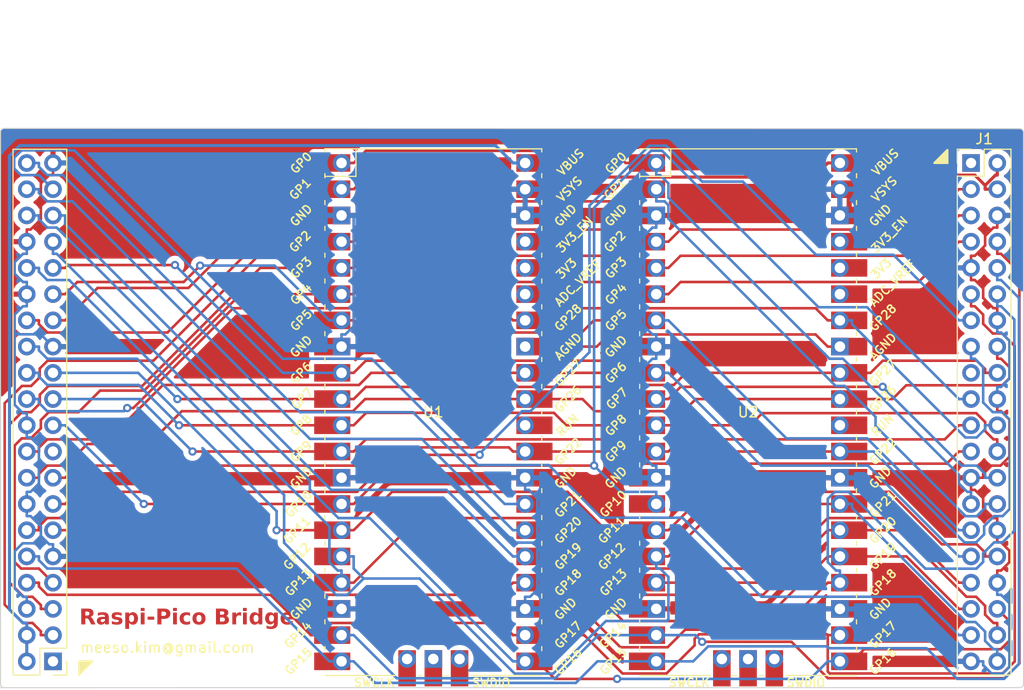
<source format=kicad_pcb>
(kicad_pcb (version 20221018) (generator pcbnew)
  (layers (0 "F.Cu" signal) (31 "B.Cu" power) (34 "B.Paste" user) (35 "F.Paste" user) (36 "B.SilkS" user "B.Silkscreen") (37 "F.SilkS" user "F.Silkscreen") (38 "B.Mask" user) (39 "F.Mask" user) (44 "Edge.Cuts" user))
  (net 0 "")
  (net 2 "+5V")
  (net 3 "/GP02")
  (net 4 "/GP03")
  (net 5 "GND")
  (net 6 "/GP04")
  (net 7 "/GP14")
  (net 8 "/GP15")
  (net 9 "/GP17")
  (net 10 "/GP18")
  (net 11 "/GP27")
  (net 12 "/GP22")
  (net 13 "/GP23")
  (net 15 "/GP24")
  (net 16 "/GP10")
  (net 17 "/GP09")
  (net 18 "/GP25")
  (net 19 "/GP11")
  (net 20 "/GP08")
  (net 21 "/GP07")
  (net 22 "/GP00")
  (net 23 "/GP01")
  (net 24 "/GP05")
  (net 25 "/GP06")
  (net 26 "/GP12")
  (net 27 "/GP13")
  (net 28 "/GP19")
  (net 29 "/GP16")
  (net 30 "/GP26")
  (net 31 "/GP20")
  (net 32 "/GP21")
  (net 36 "/AGND")
  (footprint "Connector_PinHeader_2.54mm:PinHeader_2x20_P2.54mm_Vertical" (layer "F.Cu") (at 93.98 101.6 180)
    (fp_text reference "J2" hide)
    (fp_text value "Raspberry_Pi_2_3" hide)
  )
  (footprint "Connector_PinHeader_2.54mm:PinHeader_2x20_P2.54mm_Vertical" (layer "F.Cu") (at 182.88 53.34)
    (fp_text reference "J1")
    (fp_text value "Raspberry_Pi_2_3" hide)
  )
  (footprint "MCU_RaspberryPi_and_Boards:RPi_Pico_SMD_TH_PinOut" (layer "F.Cu") (at 130.81 77.47)
    (fp_text reference "U1")
    (fp_text value "Pico")
  )
  (footprint "MCU_RaspberryPi_and_Boards:RPi_Pico_SMD_TH_PinOut" (layer "F.Cu") (at 161.29 77.47)
    (fp_text reference "U2")
    (fp_text value "Pico")
  )
  (gr_poly (pts (xy 97.79 101.6) (xy 96.52 102.87) (xy 96.52 101.6)) (stroke (width 0.2)) (fill solid) (layer "F.SilkS"))
  (gr_poly (pts (xy 179.324 53.34) (xy 180.594 52.07) (xy 180.594 53.34)) (stroke (width 0.2)) (fill solid) (layer "F.SilkS"))
  (gr_line (start 88.9 50.3428) (end 88.9 103.786953) (stroke (width 0.1)) (layer "Edge.Cuts"))
  (gr_arc (start 187.962553 103.786953) (mid 187.8584 104.0384) (end 187.606953 104.142553) (stroke (width 0.1)) (layer "Edge.Cuts"))
  (gr_arc (start 89.253047 104.142553) (mid 89.0016 104.0384) (end 88.897447 103.786953) (stroke (width 0.1)) (layer "Edge.Cuts"))
  (gr_line (start 88.9 104.145106) (end 187.606953 104.142553) (stroke (width 0.1)) (layer "Edge.Cuts"))
  (gr_line (start 187.962553 103.786953) (end 187.96 50.3682) (stroke (width 0.1)) (layer "Edge.Cuts"))
  (gr_arc (start 187.606953 50.0126) (mid 187.856595 50.116005) (end 187.96 50.365647) (stroke (width 0.1)) (layer "Edge.Cuts"))
  (gr_line (start 187.6044 50.0126) (end 89.253047 49.9872) (stroke (width 0.1)) (layer "Edge.Cuts"))
  (gr_arc (start 88.897447 50.3428) (mid 89.0016 50.091353) (end 89.253047 49.9872) (stroke (width 0.1)) (layer "Edge.Cuts"))
  (gr_text "Raspi-Pico Bridge" (at 96.52 96.52) (layer "F.Cu") (effects (font (size 1.5 1.5) (thickness 0.3) bold) (justify left top)))
  (gr_text "meeso.kim@gmail.com" (at 96.52 100.838) (layer "F.SilkS") (effects (font (size 1 1)) (justify left bottom)))
  (segment (start 184.2447 55.5126) (end 185.242 54.5153) (width 0.3) (layer "F.Cu") (net 2))
  (segment (start 170.18 53.34) (end 169.0047 53.34) (width 0.3) (layer "F.Cu") (net 2))
  (segment (start 185.242 54.5153) (end 185.42 54.5153) (width 0.3) (layer "F.Cu") (net 2))
  (segment (start 185.42 55.88) (end 184.2447 55.88) (width 0.3) (layer "F.Cu") (net 2))
  (segment (start 144.0399 54.7046) (end 167.6401 54.7046) (width 0.3) (layer "F.Cu") (net 2))
  (segment (start 183.2474 54.5153) (end 174.3306 54.5153) (width 0.3) (layer "F.Cu") (net 2))
  (segment (start 142.6753 53.34) (end 144.0399 54.7046) (width 0.3) (layer "F.Cu") (net 2))
  (segment (start 184.2447 55.88) (end 184.2447 55.5126) (width 0.3) (layer "F.Cu") (net 2))
  (segment (start 170.18 53.34) (end 173.1553 53.34) (width 0.3) (layer "F.Cu") (net 2))
  (segment (start 174.3306 54.5153) (end 173.1553 53.34) (width 0.3) (layer "F.Cu") (net 2))
  (segment (start 139.7 53.34) (end 142.6753 53.34) (width 0.3) (layer "F.Cu") (net 2))
  (segment (start 185.42 53.34) (end 185.42 54.5153) (width 0.3) (layer "F.Cu") (net 2))
  (segment (start 184.2447 55.5126) (end 183.2474 54.5153) (width 0.3) (layer "F.Cu") (net 2))
  (segment (start 167.6401 54.7046) (end 169.0047 53.34) (width 0.3) (layer "F.Cu") (net 2))
  (segment (start 90.7584 51.6538) (end 89.7679 52.6443) (width 0.3) (layer "B.Cu") (net 2))
  (segment (start 136.8385 51.6538) (end 90.7584 51.6538) (width 0.3) (layer "B.Cu") (net 2))
  (segment (start 91.44 99.06) (end 91.44 97.8847) (width 0.3) (layer "B.Cu") (net 2))
  (segment (start 139.7 53.34) (end 138.5247 53.34) (width 0.3) (layer "B.Cu") (net 2))
  (segment (start 91.0747 97.8847) (end 91.44 97.8847) (width 0.3) (layer "B.Cu") (net 2))
  (segment (start 89.7679 96.5779) (end 91.0747 97.8847) (width 0.3) (layer "B.Cu") (net 2))
  (segment (start 138.5247 53.34) (end 136.8385 51.6538) (width 0.3) (layer "B.Cu") (net 2))
  (segment (start 89.7679 52.6443) (end 89.7679 96.5779) (width 0.3) (layer "B.Cu") (net 2))
  (segment (start 91.44 99.06) (end 91.44 101.6) (width 0.3) (layer "B.Cu") (net 2))
  (segment (start 89.2997 76.6031) (end 89.2997 96.1117) (width 0.25) (layer "F.Cu") (net 3))
  (segment (start 91.0727 97.8847) (end 91.9968 97.8847) (width 0.25) (layer "F.Cu") (net 3))
  (segment (start 152.4 60.96) (end 149.4247 60.96) (width 0.25) (layer "F.Cu") (net 3))
  (segment (start 91.862 74.93) (end 90.9728 74.93) (width 0.25) (layer "F.Cu") (net 3))
  (segment (start 177.8 59.7847) (end 154.7506 59.7847) (width 0.25) (layer "F.Cu") (net 3))
  (segment (start 92.6922 74.0998) (end 91.862 74.93) (width 0.25) (layer "F.Cu") (net 3))
  (segment (start 121.92 60.96) (end 115.2278 60.96) (width 0.25) (layer "F.Cu") (net 3))
  (segment (start 122.5077 60.96) (end 123.0953 60.96) (width 0.25) (layer "F.Cu") (net 3))
  (segment (start 181.7047 55.88) (end 177.8 59.7847) (width 0.25) (layer "F.Cu") (net 3))
  (segment (start 149.4247 60.96) (end 148.2494 59.7847) (width 0.25) (layer "F.Cu") (net 3))
  (segment (start 89.2997 96.1117) (end 91.0727 97.8847) (width 0.25) (layer "F.Cu") (net 3))
  (segment (start 92.6922 73.2468) (end 92.6922 74.0998) (width 0.25) (layer "F.Cu") (net 3))
  (segment (start 115.2278 60.96) (end 103.7032 72.4846) (width 0.25) (layer "F.Cu") (net 3))
  (segment (start 122.5077 60.96) (end 121.92 60.96) (width 0.25) (layer "F.Cu") (net 3))
  (segment (start 152.4 60.96) (end 153.5753 60.96) (width 0.25) (layer "F.Cu") (net 3))
  (segment (start 154.7506 59.7847) (end 153.5753 60.96) (width 0.25) (layer "F.Cu") (net 3))
  (segment (start 124.2706 59.7847) (end 123.0953 60.96) (width 0.25) (layer "F.Cu") (net 3))
  (segment (start 93.98 99.06) (end 92.8047 99.06) (width 0.25) (layer "F.Cu") (net 3))
  (segment (start 90.9728 74.93) (end 89.2997 76.6031) (width 0.25) (layer "F.Cu") (net 3))
  (segment (start 148.2494 59.7847) (end 124.2706 59.7847) (width 0.25) (layer "F.Cu") (net 3))
  (segment (start 93.4544 72.4846) (end 92.6922 73.2468) (width 0.25) (layer "F.Cu") (net 3))
  (segment (start 91.9968 97.8847) (end 92.8047 98.6926) (width 0.25) (layer "F.Cu") (net 3))
  (segment (start 182.88 55.88) (end 181.7047 55.88) (width 0.25) (layer "F.Cu") (net 3))
  (segment (start 92.8047 98.6926) (end 92.8047 99.06) (width 0.25) (layer "F.Cu") (net 3))
  (segment (start 103.7032 72.4846) (end 93.4544 72.4846) (width 0.25) (layer "F.Cu") (net 3))
  (segment (start 90.9685 77.47) (end 91.8664 77.47) (width 0.25) (layer "F.Cu") (net 4))
  (segment (start 92.701 76.6354) (end 92.701 75.7781) (width 0.25) (layer "F.Cu") (net 4))
  (segment (start 122.5077 63.5) (end 121.92 63.5) (width 0.25) (layer "F.Cu") (net 4))
  (segment (start 91.9968 95.3447) (end 91.1414 95.3447) (width 0.25) (layer "F.Cu") (net 4))
  (segment (start 124.2706 62.3247) (end 148.2494 62.3247) (width 0.25) (layer "F.Cu") (net 4))
  (segment (start 92.8047 96.52) (end 92.8047 96.1526) (width 0.25) (layer "F.Cu") (net 4))
  (segment (start 121.92 63.5) (end 118.9447 63.5) (width 0.25) (layer "F.Cu") (net 4))
  (segment (start 92.8047 96.1526) (end 91.9968 95.3447) (width 0.25) (layer "F.Cu") (net 4))
  (segment (start 182.88 58.42) (end 181.7047 58.42) (width 0.25) (layer "F.Cu") (net 4))
  (segment (start 181.7047 58.42) (end 177.8 62.3247) (width 0.25) (layer "F.Cu") (net 4))
  (segment (start 92.701 75.7781) (end 93.5491 74.93) (width 0.25) (layer "F.Cu") (net 4))
  (segment (start 154.7506 62.3247) (end 153.5753 63.5) (width 0.25) (layer "F.Cu") (net 4))
  (segment (start 91.1414 95.3447) (end 89.7705 93.9738) (width 0.25) (layer "F.Cu") (net 4))
  (segment (start 93.98 96.52) (end 92.8047 96.52) (width 0.25) (layer "F.Cu") (net 4))
  (segment (start 89.7705 78.668) (end 90.9685 77.47) (width 0.25) (layer "F.Cu") (net 4))
  (segment (start 177.8 62.3247) (end 154.7506 62.3247) (width 0.25) (layer "F.Cu") (net 4))
  (segment (start 152.4 63.5) (end 153.5753 63.5) (width 0.25) (layer "F.Cu") (net 4))
  (segment (start 102.6208 74.93) (end 114.0508 63.5) (width 0.25) (layer "F.Cu") (net 4))
  (segment (start 93.5491 74.93) (end 102.6208 74.93) (width 0.25) (layer "F.Cu") (net 4))
  (segment (start 152.4 63.5) (end 149.4247 63.5) (width 0.25) (layer "F.Cu") (net 4))
  (segment (start 122.5077 63.5) (end 123.0953 63.5) (width 0.25) (layer "F.Cu") (net 4))
  (segment (start 91.8664 77.47) (end 92.701 76.6354) (width 0.25) (layer "F.Cu") (net 4))
  (segment (start 148.2494 62.3247) (end 149.4247 63.5) (width 0.25) (layer "F.Cu") (net 4))
  (segment (start 114.0508 63.5) (end 118.9447 63.5) (width 0.25) (layer "F.Cu") (net 4))
  (segment (start 123.0953 63.5) (end 124.2706 62.3247) (width 0.25) (layer "F.Cu") (net 4))
  (segment (start 89.7705 93.9738) (end 89.7705 78.668) (width 0.25) (layer "F.Cu") (net 4))
  (segment (start 152.4 83.82) (end 139.7 83.82) (width 0.25) (layer "F.Cu") (net 5))
  (segment (start 91.8074 59.7847) (end 92.8047 58.7874) (width 0.25) (layer "F.Cu") (net 5))
  (segment (start 93.98 53.34) (end 93.98 54.5153) (width 0.25) (layer "F.Cu") (net 5))
  (segment (start 185.42 87.7247) (end 185.0526 87.7247) (width 0.25) (layer "F.Cu") (net 5))
  (segment (start 139.7 96.52) (end 121.92 96.52) (width 0.25) (layer "F.Cu") (net 5))
  (segment (start 182.88 84.3897) (end 182.88 83.82) (width 0.25) (layer "F.Cu") (net 5))
  (segment (start 185.7874 90.0753) (end 185.42 90.0753) (width 0.25) (layer "F.Cu") (net 5))
  (segment (start 184.8632 82.6447) (end 185.7399 82.6447) (width 0.25) (layer "F.Cu") (net 5))
  (segment (start 185.42 76.2) (end 185.42 77.3753) (width 0.25) (layer "F.Cu") (net 5))
  (segment (start 185.0526 67.4047) (end 184.0553 66.4074) (width 0.25) (layer "F.Cu") (net 5))
  (segment (start 185.0526 87.7247) (end 184.0553 86.7274) (width 0.25) (layer "F.Cu") (net 5))
  (segment (start 91.44 60.96) (end 91.44 59.7847) (width 0.25) (layer "F.Cu") (net 5))
  (segment (start 92.8047 58.7874) (end 92.8047 55.3232) (width 0.25) (layer "F.Cu") (net 5))
  (segment (start 184.0553 66.4074) (end 184.0553 65.4832) (width 0.25) (layer "F.Cu") (net 5))
  (segment (start 185.42 58.42) (end 185.42 59.5953) (width 0.25) (layer "F.Cu") (net 5))
  (segment (start 184.0553 83.4526) (end 184.8632 82.6447) (width 0.25) (layer "F.Cu") (net 5))
  (segment (start 185.42 92.8047) (end 185.7873 92.8047) (width 0.25) (layer "F.Cu") (net 5))
  (segment (start 182.88 83.82) (end 184.0553 83.82) (width 0.25) (layer "F.Cu") (net 5))
  (segment (start 183.2474 64.6753) (end 182.88 64.6753) (width 0.25) (layer "F.Cu") (net 5))
  (segment (start 184.2447 61.3274) (end 184.2447 60.4032) (width 0.25) (layer "F.Cu") (net 5))
  (segment (start 92.8047 55.3232) (end 93.6126 54.5153) (width 0.25) (layer "F.Cu") (net 5))
  (segment (start 139.7 58.42) (end 152.4 58.42) (width 0.25) (layer "F.Cu") (net 5))
  (segment (start 185.42 67.4047) (end 185.0526 67.4047) (width 0.25) (layer "F.Cu") (net 5))
  (segment (start 170.18 83.82) (end 173.1553 83.82) (width 0.25) (layer "F.Cu") (net 5))
  (segment (start 184.0553 85.8032) (end 183.2474 84.9953) (width 0.25) (layer "F.Cu") (net 5))
  (segment (start 184.2447 60.4032) (end 185.0526 59.5953) (width 0.25) (layer "F.Cu") (net 5))
  (segment (start 186.5953 90.8832) (end 185.7874 90.0753) (width 0.25) (layer "F.Cu") (net 5))
  (segment (start 185.42 93.98) (end 185.42 92.8047) (width 0.25) (layer "F.Cu") (net 5))
  (segment (start 91.44 59.7847) (end 91.8074 59.7847) (width 0.25) (layer "F.Cu") (net 5))
  (segment (start 186.5953 78.1832) (end 185.7874 77.3753) (width 0.25) (layer "F.Cu") (net 5))
  (segment (start 185.7874 77.3753) (end 185.42 77.3753) (width 0.25) (layer "F.Cu") (net 5))
  (segment (start 186.5953 81.7893) (end 186.5953 78.1832) (width 0.25) (layer "F.Cu") (net 5))
  (segment (start 184.0553 86.7274) (end 184.0553 85.8032) (width 0.25) (layer "F.Cu") (net 5))
  (segment (start 185.7399 82.6447) (end 186.5953 81.7893) (width 0.25) (layer "F.Cu") (net 5))
  (segment (start 170.18 58.42) (end 152.4 58.42) (width 0.25) (layer "F.Cu") (net 5))
  (segment (start 186.5953 91.9967) (end 186.5953 90.8832) (width 0.25) (layer "F.Cu") (net 5))
  (segment (start 185.42 88.9) (end 185.42 90.0753) (width 0.25) (layer "F.Cu") (net 5))
  (segment (start 182.88 63.5) (end 182.88 64.6753) (width 0.25) (layer "F.Cu") (net 5))
  (segment (start 93.6126 54.5153) (end 93.98 54.5153) (width 0.25) (layer "F.Cu") (net 5))
  (segment (start 182.88 84.3897) (end 182.88 84.9953) (width 0.25) (layer "F.Cu") (net 5))
  (segment (start 182.88 83.82) (end 173.1553 83.82) (width 0.25) (layer "F.Cu") (net 5))
  (segment (start 185.0526 59.5953) (end 185.42 59.5953) (width 0.25) (layer "F.Cu") (net 5))
  (segment (start 182.88 62.3247) (end 183.2474 62.3247) (width 0.25) (layer "F.Cu") (net 5))
  (segment (start 183.2474 84.9953) (end 182.88 84.9953) (width 0.25) (layer "F.Cu") (net 5))
  (segment (start 185.7873 92.8047) (end 186.5953 91.9967) (width 0.25) (layer "F.Cu") (net 5))
  (segment (start 183.2474 62.3247) (end 184.2447 61.3274) (width 0.25) (layer "F.Cu") (net 5))
  (segment (start 182.88 63.5) (end 182.88 62.3247) (width 0.25) (layer "F.Cu") (net 5))
  (segment (start 184.0553 65.4832) (end 183.2474 64.6753) (width 0.25) (layer "F.Cu") (net 5))
  (segment (start 184.0553 83.82) (end 184.0553 83.4526) (width 0.25) (layer "F.Cu") (net 5))
  (segment (start 185.42 68.58) (end 185.42 67.4047) (width 0.25) (layer "F.Cu") (net 5))
  (segment (start 185.42 88.9) (end 185.42 87.7247) (width 0.25) (layer "F.Cu") (net 5))
  (segment (start 91.8073 85.1847) (end 92.6153 84.3767) (width 0.25) (layer "B.Cu") (net 5))
  (segment (start 139.7 95.3447) (end 140.1799 95.3447) (width 0.25) (layer "B.Cu") (net 5))
  (segment (start 176.6247 58.42) (end 170.18 58.42) (width 0.25) (layer "B.Cu") (net 5))
  (segment (start 91.44 78.74) (end 91.44 79.9153) (width 0.25) (layer "B.Cu") (net 5))
  (segment (start 93.98 90.2647) (end 93.6126 90.2647) (width 0.25) (layer "B.Cu") (net 5))
  (segment (start 152.0327 82.6447) (end 151.2247 81.8367) (width 0.25) (layer "B.Cu") (net 5))
  (segment (start 184.8687 102.7807) (end 185.9588 102.7807) (width 0.25) (layer "B.Cu") (net 5))
  (segment (start 90.2647 76.7567) (end 90.2647 69.9294) (width 0.25) (layer "B.Cu") (net 5))
  (segment (start 152.4 82.6447) (end 152.0327 82.6447) (width 0.25) (layer "B.Cu") (net 5))
  (segment (start 183.4677 101.6) (end 184.0553 101.6) (width 0.25) (layer "B.Cu") (net 5))
  (segment (start 91.8074 87.5353) (end 91.44 87.5353) (width 0.25) (layer "B.Cu") (net 5))
  (segment (start 140.8753 94.6493) (end 149.354 94.6493) (width 0.25) (layer "B.Cu") (net 5))
  (segment (start 184.0553 101.9673) (end 184.8687 102.7807) (width 0.25) (layer "B.Cu") (net 5))
  (segment (start 123.0953 58.42) (end 123.0953 69.1368) (width 0.25) (layer "B.Cu") (net 5))
  (segment (start 139.7 84.9953) (end 140.0674 84.9953) (width 0.25) (layer "B.Cu") (net 5))
  (segment (start 152.4 71.12) (end 152.4 69.9447) (width 0.25) (layer "B.Cu") (net 5))
  (segment (start 91.44 77.5647) (end 91.0727 77.5647) (width 0.25) (layer "B.Cu") (net 5))
  (segment (start 91.0334 90.17) (end 90.2647 90.9387) (width 0.25) (layer "B.Cu") (net 5))
  (segment (start 139.7 83.82) (end 139.7 84.9953) (width 0.25) (layer "B.Cu") (net 5))
  (segment (start 91.0726 95.3447) (end 91.44 95.3447) (width 0.25) (layer "B.Cu") (net 5))
  (segment (start 90.2647 68.0232) (end 91.0726 67.2153) (width 0.25) (layer "B.Cu") (net 5))
  (segment (start 93.98 91.44) (end 93.98 90.2647) (width 0.25) (layer "B.Cu") (net 5))
  (segment (start 91.44 66.04) (end 91.44 67.2153) (width 0.25) (layer "B.Cu") (net 5))
  (segment (start 90.2647 62.9432) (end 91.0726 62.1353) (width 0.25) (layer "B.Cu") (net 5))
  (segment (start 185.42 76.2) (end 185.42 75.0247) (width 0.25) (layer "B.Cu") (net 5))
  (segment (start 170.18 55.88) (end 170.18 58.42) (width 0.25) (layer "B.Cu") (net 5))
  (segment (start 91.44 86.36) (end 91.44 85.1847) (width 0.25) (layer "B.Cu") (net 5))
  (segment (start 115.6647 91.44) (end 93.98 91.44) (width 0.25) (layer "B.Cu") (net 5))
  (segment (start 91.44 96.52) (end 91.44 95.3447) (width 0.25) (layer "B.Cu") (net 5))
  (segment (start 152.4 58.42) (end 152.4 59.5953) (width 0.25) (layer "B.Cu") (net 5))
  (segment (start 91.0726 67.2153) (end 91.44 67.2153) (width 0.25) (layer "B.Cu") (net 5))
  (segment (start 121.92 96.52) (end 120.7447 96.52) (width 0.25) (layer "B.Cu") (net 5))
  (segment (start 181.7047 101.6) (end 176.6247 96.52) (width 0.25) (layer "B.Cu") (net 5))
  (segment (start 140.8753 90.1018) (end 138.6819 90.1018) (width 0.25) (layer "B.Cu") (net 5))
  (segment (start 91.44 85.1847) (end 91.8073 85.1847) (width 0.25) (layer "B.Cu") (net 5))
  (segment (start 185.9588 102.7807) (end 186.5953 102.1442) (width 0.25) (layer "B.Cu") (net 5))
  (segment (start 181.7047 63.5) (end 176.6247 58.42) (width 0.25) (layer "B.Cu") (net 5))
  (segment (start 90.2647 69.9294) (end 92.7894 69.9294) (width 0.25) (layer "B.Cu") (net 5))
  (segment (start 92.0915 90.17) (end 91.0334 90.17) (width 0.25) (layer "B.Cu") (net 5))
  (segment (start 138.6819 90.1018) (end 132.4001 83.82) (width 0.25) (layer "B.Cu") (net 5))
  (segment (start 90.2647 94.5368) (end 91.0726 95.3447) (width 0.25) (layer "B.Cu") (net 5))
  (segment (start 186.5953 70.5632) (end 185.7874 69.7553) (width 0.25) (layer "B.Cu") (net 5))
  (segment (start 151.2247 73.1032) (end 152.0326 72.2953) (width 0.25) (layer "B.Cu") (net 5))
  (segment (start 92.8047 89.4568) (end 92.8047 88.5326) (width 0.25) (layer "B.Cu") (net 5))
  (segment (start 139.7 96.52) (end 139.7 95.3447) (width 0.25) (layer "B.Cu") (net 5))
  (segment (start 91.8074 79.9153) (end 91.44 79.9153) (width 0.25) (layer "B.Cu") (net 5))
  (segment (start 185.42 75.0247) (end 185.7873 75.0247) (width 0.25) (layer "B.Cu") (net 5))
  (segment (start 140.0674 84.9953) (end 140.8753 85.8032) (width 0.25) (layer "B.Cu") (net 5))
  (segment (start 139.7 55.88) (end 139.7 58.42) (width 0.25) (layer "B.Cu") (net 5))
  (segment (start 92.8047 89.4568) (end 92.0915 90.17) (width 0.25) (layer "B.Cu") (net 5))
  (segment (start 140.8753 85.8032) (end 140.8753 90.1018) (width 0.25) (layer "B.Cu") (net 5))
  (segment (start 184.0553 101.6) (end 184.0553 101.9673) (width 0.25) (layer "B.Cu") (net 5))
  (segment (start 90.2647 69.9294) (end 90.2647 68.0232) (width 0.25) (layer "B.Cu") (net 5))
  (segment (start 92.8047 88.5326) (end 91.8074 87.5353) (width 0.25) (layer "B.Cu") (net 5))
  (segment (start 185.7874 95.1553) (end 185.42 95.1553) (width 0.25) (layer "B.Cu") (net 5))
  (segment (start 186.5953 102.1442) (end 186.5953 95.9632) (width 0.25) (layer "B.Cu") (net 5))
  (segment (start 140.8753 90.1018) (end 140.8753 94.6493) (width 0.25) (layer "B.Cu") (net 5))
  (segment (start 152.0326 69.9447) (end 152.4 69.9447) (width 0.25) (layer "B.Cu") (net 5))
  (segment (start 185.7873 75.0247) (end 186.5953 74.2167) (width 0.25) (layer "B.Cu") (net 5))
  (segment (start 182.88 101.6) (end 181.7047 101.6) (width 0.25) (layer "B.Cu") (net 5))
  (segment (start 91.44 86.36) (end 91.44 87.5353) (width 0.25) (layer "B.Cu") (net 5))
  (segment (start 149.354 94.6493) (end 151.2247 96.52) (width 0.25) (layer "B.Cu") (net 5))
  (segment (start 182.88 63.5) (end 181.7047 63.5) (width 0.25) (layer "B.Cu") (net 5))
  (segment (start 186.5953 95.9632) (end 185.7874 95.1553) (width 0.25) (layer "B.Cu") (net 5))
  (segment (start 91.0727 64.8647) (end 90.2647 64.0567) (width 0.25) (layer "B.Cu") (net 5))
  (segment (start 185.42 68.58) (end 185.42 69.7553) (width 0.25) (layer "B.Cu") (net 5))
  (segment (start 186.5953 74.2167) (end 186.5953 70.5632) (width 0.25) (layer "B.Cu") (net 5))
  (segment (start 185.7874 69.7553) (end 185.42 69.7553) (width 0.25) (layer "B.Cu") (net 5))
  (segment (start 91.44 64.8647) (end 91.0727 64.8647) (width 0.25) (layer "B.Cu") (net 5))
  (segment (start 122.2874 69.9447) (end 121.92 69.9447) (width 0.25) (layer "B.Cu") (net 5))
  (segment (start 183.4677 101.6) (end 182.88 101.6) (width 0.25) (layer "B.Cu") (net 5))
  (segment (start 152.0326 72.2953) (end 152.4 72.2953) (width 0.25) (layer "B.Cu") (net 5))
  (segment (start 152.0327 59.5953) (end 151.2247 60.4033) (width 0.25) (layer "B.Cu") (net 5))
  (segment (start 90.2647 64.0567) (end 90.2647 62.9432) (width 0.25) (layer "B.Cu") (net 5))
  (segment (start 90.2647 90.9387) (end 90.2647 94.5368) (width 0.25) (layer "B.Cu") (net 5))
  (segment (start 152.4 71.12) (end 152.4 72.2953) (width 0.25) (layer "B.Cu") (net 5))
  (segment (start 152.4 83.82) (end 152.4 82.6447) (width 0.25) (layer "B.Cu") (net 5))
  (segment (start 185.42 93.98) (end 185.42 95.1553) (width 0.25) (layer "B.Cu") (net 5))
  (segment (start 121.92 71.12) (end 121.92 69.9447) (width 0.25) (layer "B.Cu") (net 5))
  (segment (start 91.0726 62.1353) (end 91.44 62.1353) (width 0.25) (layer "B.Cu") (net 5))
  (segment (start 92.6153 80.7232) (end 91.8074 79.9153) (width 0.25) (layer "B.Cu") (net 5))
  (segment (start 176.6247 96.52) (end 170.18 96.52) (width 0.25) (layer "B.Cu") (net 5))
  (segment (start 151.2247 60.4033) (end 151.2247 69.1368) (width 0.25) (layer "B.Cu") (net 5))
  (segment (start 151.2247 69.1368) (end 152.0326 69.9447) (width 0.25) (layer "B.Cu") (net 5))
  (segment (start 91.44 60.96) (end 91.44 62.1353) (width 0.25) (layer "B.Cu") (net 5))
  (segment (start 91.44 78.74) (end 91.44 77.5647) (width 0.25) (layer "B.Cu") (net 5))
  (segment (start 91.44 66.04) (end 91.44 64.8647) (width 0.25) (layer "B.Cu") (net 5))
  (segment (start 140.1799 95.3447) (end 140.8753 94.6493) (width 0.25) (layer "B.Cu") (net 5))
  (segment (start 152.4 96.52) (end 151.2247 96.52) (width 0.25) (layer "B.Cu") (net 5))
  (segment (start 93.6126 90.2647) (end 92.8047 89.4568) (width 0.25) (layer "B.Cu") (net 5))
  (segment (start 91.0727 77.5647) (end 90.2647 76.7567) (width 0.25) (layer "B.Cu") (net 5))
  (segment (start 151.2247 81.8367) (end 151.2247 73.1032) (width 0.25) (layer "B.Cu") (net 5))
  (segment (start 120.7447 96.52) (end 115.6647 91.44) (width 0.25) (layer "B.Cu") (net 5))
  (segment (start 132.4001 83.82) (end 121.92 83.82) (width 0.25) (layer "B.Cu") (net 5))
  (segment (start 123.0953 69.1368) (end 122.2874 69.9447) (width 0.25) (layer "B.Cu") (net 5))
  (segment (start 139.7 58.42) (end 123.0953 58.42) (width 0.25) (layer "B.Cu") (net 5))
  (segment (start 92.6153 84.3767) (end 92.6153 80.7232) (width 0.25) (layer "B.Cu") (net 5))
  (segment (start 152.4 59.5953) (end 152.0327 59.5953) (width 0.25) (layer "B.Cu") (net 5))
  (segment (start 121.92 58.42) (end 123.0953 58.42) (width 0.25) (layer "B.Cu") (net 5))
  (segment (start 92.7894 69.9294) (end 93.98 71.12) (width 0.25) (layer "B.Cu") (net 5))
  (segment (start 90.9512 80.01) (end 91.8342 80.01) (width 0.25) (layer "F.Cu") (net 6))
  (segment (start 92.8046 79.0396) (end 92.8046 78.2321) (width 0.25) (layer "F.Cu") (net 6))
  (segment (start 90.2646 80.6966) (end 90.9512 80.01) (width 0.25) (layer "F.Cu") (net 6))
  (segment (start 152.4 66.04) (end 153.5753 66.04) (width 0.25) (layer "F.Cu") (net 6))
  (segment (start 93.5667 77.47) (end 96.4506 77.47) (width 0.25) (layer "F.Cu") (net 6))
  (segment (start 92.8046 78.2321) (end 93.5667 77.47) (width 0.25) (layer "F.Cu") (net 6))
  (segment (start 96.4506 77.47) (end 98.5402 75.3804) (width 0.25) (layer "F.Cu") (net 6))
  (segment (start 124.2706 64.8647) (end 123.0953 66.04) (width 0.25) (layer "F.Cu") (net 6))
  (segment (start 122.5077 66.04) (end 123.0953 66.04) (width 0.25) (layer "F.Cu") (net 6))
  (segment (start 154.7506 64.8647) (end 153.5753 66.04) (width 0.25) (layer "F.Cu") (net 6))
  (segment (start 122.5077 66.04) (end 121.92 66.04) (width 0.25) (layer "F.Cu") (net 6))
  (segment (start 177.8 64.8647) (end 154.7506 64.8647) (width 0.25) (layer "F.Cu") (net 6))
  (segment (start 152.4 66.04) (end 149.4247 66.04) (width 0.25) (layer "F.Cu") (net 6))
  (segment (start 90.2646 91.9888) (end 90.2646 80.6966) (width 0.25) (layer "F.Cu") (net 6))
  (segment (start 112.1477 66.04) (end 121.92 66.04) (width 0.25) (layer "F.Cu") (net 6))
  (segment (start 149.4247 66.04) (end 148.2494 64.8647) (width 0.25) (layer "F.Cu") (net 6))
  (segment (start 93.98 93.98) (end 92.6154 92.6154) (width 0.25) (layer "F.Cu") (net 6))
  (segment (start 90.8912 92.6154) (end 90.2646 91.9888) (width 0.25) (layer "F.Cu") (net 6))
  (segment (start 148.2494 64.8647) (end 124.2706 64.8647) (width 0.25) (layer "F.Cu") (net 6))
  (segment (start 92.6154 92.6154) (end 90.8912 92.6154) (width 0.25) (layer "F.Cu") (net 6))
  (segment (start 102.8073 75.3804) (end 112.1477 66.04) (width 0.25) (layer "F.Cu") (net 6))
  (segment (start 182.88 60.96) (end 181.7047 60.96) (width 0.25) (layer "F.Cu") (net 6))
  (segment (start 98.5402 75.3804) (end 102.8073 75.3804) (width 0.25) (layer "F.Cu") (net 6))
  (segment (start 91.8342 80.01) (end 92.8046 79.0396) (width 0.25) (layer "F.Cu") (net 6))
  (segment (start 181.7047 60.96) (end 177.8 64.8647) (width 0.25) (layer "F.Cu") (net 6))
  (segment (start 187.5642 101.7969) (end 187.5642 63.9122) (width 0.25) (layer "F.Cu") (net 7))
  (segment (start 93.4232 95.1553) (end 115.04 95.1553) (width 0.25) (layer "F.Cu") (net 7))
  (segment (start 169.015 103.232) (end 186.1291 103.232) (width 0.25) (layer "F.Cu") (net 7))
  (segment (start 91.44 93.98) (end 92.6153 93.98) (width 0.25) (layer "F.Cu") (net 7))
  (segment (start 156.839 99.7067) (end 165.4897 99.7067) (width 0.25) (layer "F.Cu") (net 7))
  (segment (start 121.92 99.06) (end 118.9447 99.06) (width 0.25) (layer "F.Cu") (net 7))
  (segment (start 185.7873 62.1353) (end 185.42 62.1353) (width 0.25) (layer "F.Cu") (net 7))
  (segment (start 185.42 60.96) (end 185.42 62.1353) (width 0.25) (layer "F.Cu") (net 7))
  (segment (start 92.6153 93.98) (end 92.6153 94.3474) (width 0.25) (layer "F.Cu") (net 7))
  (segment (start 165.4897 99.7067) (end 169.015 103.232) (width 0.25) (layer "F.Cu") (net 7))
  (segment (start 187.5642 63.9122) (end 185.7873 62.1353) (width 0.25) (layer "F.Cu") (net 7))
  (segment (start 92.6153 94.3474) (end 93.4232 95.1553) (width 0.25) (layer "F.Cu") (net 7))
  (segment (start 115.04 95.1553) (end 118.9447 99.06) (width 0.25) (layer "F.Cu") (net 7))
  (segment (start 186.1291 103.232) (end 187.5642 101.7969) (width 0.25) (layer "F.Cu") (net 7))
  (via (at 156.839 99.7067) (size 0.8) (drill 0.4) (layers "F.Cu" "B.Cu") (net 7))
  (segment (start 146.7921 99.06) (end 152.4 99.06) (width 0.25) (layer "B.Cu") (net 7))
  (segment (start 156.839 99.7067) (end 156.1923 99.06) (width 0.25) (layer "B.Cu") (net 7))
  (segment (start 123.0953 99.06) (end 127.2706 103.2353) (width 0.25) (layer "B.Cu") (net 7))
  (segment (start 127.2706 103.2353) (end 142.6168 103.2353) (width 0.25) (layer "B.Cu") (net 7))
  (segment (start 156.1923 99.06) (end 152.4 99.06) (width 0.25) (layer "B.Cu") (net 7))
  (segment (start 121.92 99.06) (end 123.0953 99.06) (width 0.25) (layer "B.Cu") (net 7))
  (segment (start 142.6168 103.2353) (end 146.7921 99.06) (width 0.25) (layer "B.Cu") (net 7))
  (segment (start 92.6153 91.8074) (end 93.4232 92.6153) (width 0.25) (layer "B.Cu") (net 8))
  (segment (start 121.92 101.6) (end 123.0953 101.6) (width 0.25) (layer "B.Cu") (net 8))
  (segment (start 152.4 101.6) (end 153.5753 101.6) (width 0.25) (layer "B.Cu") (net 8))
  (segment (start 185.7873 64.6753) (end 185.42 64.6753) (width 0.25) (layer "B.Cu") (net 8))
  (segment (start 168.9548 100.1448) (end 169.14 100.33) (width 0.25) (layer "B.Cu") (net 8))
  (segment (start 93.4232 92.6153) (end 111.76 92.6153) (width 0.25) (layer "B.Cu") (net 8))
  (segment (start 125.1809 103.6856) (end 144.6125 103.6856) (width 0.25) (layer "B.Cu") (net 8))
  (segment (start 185.42 63.5) (end 185.42 64.6753) (width 0.25) (layer "B.Cu") (net 8))
  (segment (start 121.3324 101.6) (end 121.92 101.6) (width 0.25) (layer "B.Cu") (net 8))
  (segment (start 146.6981 101.6) (end 151.2247 101.6) (width 0.25) (layer "B.Cu") (net 8))
  (segment (start 187.5222 101.8542) (end 187.5222 66.4102) (width 0.25) (layer "B.Cu") (net 8))
  (segment (start 91.44 91.44) (end 92.6153 91.44) (width 0.25) (layer "B.Cu") (net 8))
  (segment (start 144.6125 103.6856) (end 146.6981 101.6) (width 0.25) (layer "B.Cu") (net 8))
  (segment (start 157.4267 100.1448) (end 168.9548 100.1448) (width 0.25) (layer "B.Cu") (net 8))
  (segment (start 121.3324 101.6) (end 120.7447 101.6) (width 0.25) (layer "B.Cu") (net 8))
  (segment (start 123.0953 101.6) (end 125.1809 103.6856) (width 0.25) (layer "B.Cu") (net 8))
  (segment (start 152.4 101.6) (end 151.2247 101.6) (width 0.25) (layer "B.Cu") (net 8))
  (segment (start 92.6153 91.44) (end 92.6153 91.8074) (width 0.25) (layer "B.Cu") (net 8))
  (segment (start 169.14 100.33) (end 178.5736 100.33) (width 0.25) (layer "B.Cu") (net 8))
  (segment (start 155.9715 101.6) (end 157.4267 100.1448) (width 0.25) (layer "B.Cu") (net 8))
  (segment (start 153.5753 101.6) (end 155.9715 101.6) (width 0.25) (layer "B.Cu") (net 8))
  (segment (start 178.5736 100.33) (end 181.5375 103.2939) (width 0.25) (layer "B.Cu") (net 8))
  (segment (start 111.76 92.6153) (end 120.7447 101.6) (width 0.25) (layer "B.Cu") (net 8))
  (segment (start 181.5375 103.2939) (end 186.0825 103.2939) (width 0.25) (layer "B.Cu") (net 8))
  (segment (start 186.0825 103.2939) (end 187.5222 101.8542) (width 0.25) (layer "B.Cu") (net 8))
  (segment (start 187.5222 66.4102) (end 185.7873 64.6753) (width 0.25) (layer "B.Cu") (net 8))
  (segment (start 149.1346 102.7754) (end 145.4192 99.06) (width 0.25) (layer "F.Cu") (net 9))
  (segment (start 187.1139 101.5977) (end 185.9363 102.7753) (width 0.25) (layer "F.Cu") (net 9))
  (segment (start 153.3848 102.7754) (end 149.1346 102.7754) (width 0.25) (layer "F.Cu") (net 9))
  (segment (start 169.1952 102.7753) (end 169.0047 102.5848) (width 0.25) (layer "F.Cu") (net 9))
  (segment (start 168.9261 98.9814) (end 156.5386 98.9814) (width 0.25) (layer "F.Cu") (net 9))
  (segment (start 185.8927 69.85) (end 187.1139 71.0712) (width 0.25) (layer "F.Cu") (net 9))
  (segment (start 156.1137 100.0465) (end 153.3848 102.7754) (width 0.25) (layer "F.Cu") (net 9))
  (segment (start 182.88 66.04) (end 182.88 67.2153) (width 0.25) (layer "F.Cu") (net 9))
  (segment (start 184.0553 68.0232) (end 184.0553 68.9163) (width 0.25) (layer "F.Cu") (net 9))
  (segment (start 185.9363 102.7753) (end 169.1952 102.7753) (width 0.25) (layer "F.Cu") (net 9))
  (segment (start 138.5247 99.06) (end 137.3494 97.8847) (width 0.25) (layer "F.Cu") (net 9))
  (segment (start 118.9447 97.8847) (end 109.96 88.9) (width 0.25) (layer "F.Cu") (net 9))
  (segment (start 184.989 69.85) (end 185.8927 69.85) (width 0.25) (layer "F.Cu") (net 9))
  (segment (start 109.96 88.9) (end 93.98 88.9) (width 0.25) (layer "F.Cu") (net 9))
  (segment (start 187.1139 71.0712) (end 187.1139 101.5977) (width 0.25) (layer "F.Cu") (net 9))
  (segment (start 170.18 99.06) (end 169.0047 99.06) (width 0.25) (layer "F.Cu") (net 9))
  (segment (start 184.0553 68.9163) (end 184.989 69.85) (width 0.25) (layer "F.Cu") (net 9))
  (segment (start 169.0047 99.06) (end 168.9261 98.9814) (width 0.25) (layer "F.Cu") (net 9))
  (segment (start 182.88 67.2153) (end 183.2474 67.2153) (width 0.25) (layer "F.Cu") (net 9))
  (segment (start 139.7 99.06) (end 138.5247 99.06) (width 0.25) (layer "F.Cu") (net 9))
  (segment (start 183.2474 67.2153) (end 184.0553 68.0232) (width 0.25) (layer "F.Cu") (net 9))
  (segment (start 169.0047 102.5848) (end 169.0047 99.06) (width 0.25) (layer "F.Cu") (net 9))
  (segment (start 156.5386 98.9814) (end 156.1137 99.4063) (width 0.25) (layer "F.Cu") (net 9))
  (segment (start 137.3494 97.8847) (end 118.9447 97.8847) (width 0.25) (layer "F.Cu") (net 9))
  (segment (start 145.4192 99.06) (end 139.7 99.06) (width 0.25) (layer "F.Cu") (net 9))
  (segment (start 156.1137 99.4063) (end 156.1137 100.0465) (width 0.25) (layer "F.Cu") (net 9))
  (segment (start 141.1877 93.98) (end 142.6753 93.98) (width 0.25) (layer "F.Cu") (net 10))
  (segment (start 92.6153 88.5326) (end 92.6153 88.9) (width 0.25) (layer "F.Cu") (net 10))
  (segment (start 91.44 88.9) (end 92.6153 88.9) (width 0.25) (layer "F.Cu") (net 10))
  (segment (start 139.7 93.98) (end 138.5247 93.98) (width 0.25) (layer "F.Cu") (net 10))
  (segment (start 169.0047 93.98) (end 164.4536 98.5311) (width 0.25) (layer "F.Cu") (net 10))
  (segment (start 141.1877 93.98) (end 139.7 93.98) (width 0.25) (layer "F.Cu") (net 10))
  (segment (start 118.2602 95.1554) (end 110.8295 87.7247) (width 0.25) (layer "F.Cu") (net 10))
  (segment (start 110.8295 87.7247) (end 93.4232 87.7247) (width 0.25) (layer "F.Cu") (net 10))
  (segment (start 153.4961 100.2354) (end 148.9307 100.2354) (width 0.25) (layer "F.Cu") (net 10))
  (segment (start 155.2004 98.5311) (end 153.4961 100.2354) (width 0.25) (layer "F.Cu") (net 10))
  (segment (start 164.4536 98.5311) (end 155.2004 98.5311) (width 0.25) (layer "F.Cu") (net 10))
  (segment (start 138.5247 93.98) (end 137.3493 95.1554) (width 0.25) (layer "F.Cu") (net 10))
  (segment (start 93.4232 87.7247) (end 92.6153 88.5326) (width 0.25) (layer "F.Cu") (net 10))
  (segment (start 169.5924 93.98) (end 169.0047 93.98) (width 0.25) (layer "F.Cu") (net 10))
  (segment (start 169.5924 93.98) (end 170.18 93.98) (width 0.25) (layer "F.Cu") (net 10))
  (segment (start 137.3493 95.1554) (end 118.2602 95.1554) (width 0.25) (layer "F.Cu") (net 10))
  (segment (start 148.9307 100.2354) (end 142.6753 93.98) (width 0.25) (layer "F.Cu") (net 10))
  (segment (start 171.0117 85.175) (end 169.6931 85.175) (width 0.25) (layer "B.Cu") (net 10))
  (segment (start 169.0047 85.8634) (end 169.0047 91.9968) (width 0.25) (layer "B.Cu") (net 10))
  (segment (start 169.8126 92.8047) (end 170.18 92.8047) (width 0.25) (layer "B.Cu") (net 10))
  (segment (start 184.0554 91.1404) (end 184.0554 91.9656) (width 0.25) (layer "B.Cu") (net 10))
  (segment (start 187.0718 68.4998) (end 187.0718 88.9415) (width 0.25) (layer "B.Cu") (net 10))
  (segment (start 185.9379 90.0754) (end 185.1204 90.0754) (width 0.25) (layer "B.Cu") (net 10))
  (segment (start 185.7873 67.2153) (end 187.0718 68.4998) (width 0.25) (layer "B.Cu") (net 10))
  (segment (start 183.3952 92.6258) (end 178.4625 92.6258) (width 0.25) (layer "B.Cu") (net 10))
  (segment (start 184.0554 91.9656) (end 183.3952 92.6258) (width 0.25) (layer "B.Cu") (net 10))
  (segment (start 187.0718 88.9415) (end 185.9379 90.0754) (width 0.25) (layer "B.Cu") (net 10))
  (segment (start 178.4625 92.6258) (end 171.0117 85.175) (width 0.25) (layer "B.Cu") (net 10))
  (segment (start 170.18 93.98) (end 170.18 92.8047) (width 0.25) (layer "B.Cu") (net 10))
  (segment (start 185.42 66.04) (end 185.42 67.2153) (width 0.25) (layer "B.Cu") (net 10))
  (segment (start 185.1204 90.0754) (end 184.0554 91.1404) (width 0.25) (layer "B.Cu") (net 10))
  (segment (start 169.0047 91.9968) (end 169.8126 92.8047) (width 0.25) (layer "B.Cu") (net 10))
  (segment (start 169.6931 85.175) (end 169.0047 85.8634) (width 0.25) (layer "B.Cu") (net 10))
  (segment (start 185.42 67.2153) (end 185.7873 67.2153) (width 0.25) (layer "B.Cu") (net 10))
  (segment (start 96.3306 85.1847) (end 95.1553 86.36) (width 0.25) (layer "F.Cu") (net 11))
  (segment (start 123.4292 85.1847) (end 96.3306 85.1847) (width 0.25) (layer "F.Cu") (net 11))
  (segment (start 135.2952 81.6051) (end 127.0088 81.6051) (width 0.25) (layer "F.Cu") (net 11))
  (segment (start 127.0088 81.6051) (end 123.4292 85.1847) (width 0.25) (layer "F.Cu") (net 11))
  (segment (start 93.98 86.36) (end 95.1553 86.36) (width 0.25) (layer "F.Cu") (net 11))
  (via (at 135.2952 81.6051) (size 0.8) (drill 0.4) (layers "F.Cu" "B.Cu") (net 11))
  (segment (start 140.2154 77.3754) (end 139.3999 77.3754) (width 0.25) (layer "B.Cu") (net 11))
  (segment (start 175.3547 62.23) (end 167.8702 62.23) (width 0.25) (layer "B.Cu") (net 11))
  (segment (start 151.7203 51.6643) (end 145.9275 57.4571) (width 0.25) (layer "B.Cu") (net 11))
  (segment (start 145.9275 57.4571) (end 145.9275 71.6633) (width 0.25) (layer "B.Cu") (net 11))
  (segment (start 156.8365 55.1432) (end 153.3576 51.6643) (width 0.25) (layer "B.Cu") (net 11))
  (segment (start 145.9275 71.6633) (end 140.2154 77.3754) (width 0.25) (layer "B.Cu") (net 11))
  (segment (start 160.7834 55.1432) (end 156.8365 55.1432) (width 0.25) (layer "B.Cu") (net 11))
  (segment (start 182.88 68.58) (end 181.7047 68.58) (width 0.25) (layer "B.Cu") (net 11))
  (segment (start 139.3999 77.3754) (end 135.2952 81.4801) (width 0.25) (layer "B.Cu") (net 11))
  (segment (start 153.3576 51.6643) (end 151.7203 51.6643) (width 0.25) (layer "B.Cu") (net 11))
  (segment (start 181.7047 68.58) (end 175.3547 62.23) (width 0.25) (layer "B.Cu") (net 11))
  (segment (start 135.2952 81.4801) (end 135.2952 81.6051) (width 0.25) (layer "B.Cu") (net 11))
  (segment (start 167.8702 62.23) (end 160.7834 55.1432) (width 0.25) (layer "B.Cu") (net 11))
  (segment (start 139.7 81.28) (end 138.5247 81.28) (width 0.25) (layer "F.Cu") (net 12))
  (segment (start 126.6931 80.8798) (end 124.9282 82.6447) (width 0.25) (layer "F.Cu") (net 12))
  (segment (start 149.5475 82.4555) (end 148.3721 81.2801) (width 0.25) (layer "F.Cu") (net 12))
  (segment (start 159.7891 81.28) (end 158.6136 82.4555) (width 0.25) (layer "F.Cu") (net 12))
  (segment (start 93.98 83.82) (end 95.1553 83.82) (width 0.25) (layer "F.Cu") (net 12))
  (segment (start 158.6136 82.4555) (end 149.5475 82.4555) (width 0.25) (layer "F.Cu") (net 12))
  (segment (start 138.5247 81.28) (end 138.1245 80.8798) (width 0.25) (layer "F.Cu") (net 12))
  (segment (start 124.9282 82.6447) (end 96.3306 82.6447) (width 0.25) (layer "F.Cu") (net 12))
  (segment (start 138.1245 80.8798) (end 126.6931 80.8798) (width 0.25) (layer "F.Cu") (net 12))
  (segment (start 96.3306 82.6447) (end 95.1553 83.82) (width 0.25) (layer "F.Cu") (net 12))
  (segment (start 148.3721 81.2801) (end 142.6753 81.2801) (width 0.25) (layer "F.Cu") (net 12))
  (segment (start 142.6753 81.2801) (end 142.6753 81.28) (width 0.25) (layer "F.Cu") (net 12))
  (segment (start 139.7 81.28) (end 142.6753 81.28) (width 0.25) (layer "F.Cu") (net 12))
  (segment (start 170.18 81.28) (end 159.7891 81.28) (width 0.25) (layer "F.Cu") (net 12))
  (segment (start 183.362 90.0828) (end 182.2506 90.0828) (width 0.25) (layer "B.Cu") (net 12))
  (segment (start 184.0553 76.5363) (end 184.989 77.47) (width 0.25) (layer "B.Cu") (net 12))
  (segment (start 183.2474 72.2953) (end 184.0553 73.1032) (width 0.25) (layer "B.Cu") (net 12))
  (segment (start 184.15 89.2948) (end 183.362 90.0828) (width 0.25) (layer "B.Cu") (net 12))
  (segment (start 173.4478 81.28) (end 170.18 81.28) (width 0.25) (layer "B.Cu") (net 12))
  (segment (start 182.88 72.2953) (end 183.2474 72.2953) (width 0.25) (layer "B.Cu") (net 12))
  (segment (start 185.1204 87.5354) (end 184.15 88.5058) (width 0.25) (layer "B.Cu") (net 12))
  (segment (start 182.88 71.12) (end 182.88 72.2953) (width 0.25) (layer "B.Cu") (net 12))
  (segment (start 185.9382 87.5354) (end 185.1204 87.5354) (width 0.25) (layer "B.Cu") (net 12))
  (segment (start 184.15 88.5058) (end 184.15 89.2948) (width 0.25) (layer "B.Cu") (net 12))
  (segment (start 184.0553 73.1032) (end 184.0553 76.5363) (width 0.25) (layer "B.Cu") (net 12))
  (segment (start 182.2506 90.0828) (end 173.4478 81.28) (width 0.25) (layer "B.Cu") (net 12))
  (segment (start 185.8927 77.47) (end 186.6214 78.1987) (width 0.25) (layer "B.Cu") (net 12))
  (segment (start 184.989 77.47) (end 185.8927 77.47) (width 0.25) (layer "B.Cu") (net 12))
  (segment (start 186.6214 86.8522) (end 185.9382 87.5354) (width 0.25) (layer "B.Cu") (net 12))
  (segment (start 186.6214 78.1987) (end 186.6214 86.8522) (width 0.25) (layer "B.Cu") (net 12))
  (segment (start 146.4272 77.3754) (end 145.2518 76.2) (width 0.25) (layer "F.Cu") (net 13))
  (segment (start 95.211 82.6447) (end 93.4232 82.6447) (width 0.25) (layer "F.Cu") (net 13))
  (segment (start 139.7 76.2) (end 124.2047 76.2) (width 0.25) (layer "F.Cu") (net 13))
  (segment (start 123.0293 77.3754) (end 106.4514 77.3754) (width 0.25) (layer "F.Cu") (net 13))
  (segment (start 103.2717 80.5551) (end 97.3006 80.5551) (width 0.25) (layer "F.Cu") (net 13))
  (segment (start 106.4514 77.3754) (end 103.2717 80.5551) (width 0.25) (layer "F.Cu") (net 13))
  (segment (start 97.3006 80.5551) (end 95.211 82.6447) (width 0.25) (layer "F.Cu") (net 13))
  (segment (start 176.6036 74.8641) (end 175.2677 76.2) (width 0.25) (layer "F.Cu") (net 13))
  (segment (start 124.2047 76.2) (end 123.0293 77.3754) (width 0.25) (layer "F.Cu") (net 13))
  (segment (start 155.0501 77.3754) (end 146.4272 77.3754) (width 0.25) (layer "F.Cu") (net 13))
  (segment (start 186.6352 74.1336) (end 185.9047 74.8641) (width 0.25) (layer "F.Cu") (net 13))
  (segment (start 91.44 83.82) (end 92.6153 83.82) (width 0.25) (layer "F.Cu") (net 13))
  (segment (start 92.6153 83.4526) (end 92.6153 83.82) (width 0.25) (layer "F.Cu") (net 13))
  (segment (start 175.2677 76.2) (end 170.18 76.2) (width 0.25) (layer "F.Cu") (net 13))
  (segment (start 185.42 71.12) (end 185.42 72.2953) (width 0.25) (layer "F.Cu") (net 13))
  (segment (start 185.9047 74.8641) (end 176.6036 74.8641) (width 0.25) (layer "F.Cu") (net 13))
  (segment (start 185.7873 72.2953) (end 186.6352 73.1432) (width 0.25) (layer "F.Cu") (net 13))
  (segment (start 170.18 76.2) (end 156.2255 76.2) (width 0.25) (layer "F.Cu") (net 13))
  (segment (start 156.2255 76.2) (end 155.0501 77.3754) (width 0.25) (layer "F.Cu") (net 13))
  (segment (start 93.4232 82.6447) (end 92.6153 83.4526) (width 0.25) (layer "F.Cu") (net 13))
  (segment (start 186.6352 73.1432) (end 186.6352 74.1336) (width 0.25) (layer "F.Cu") (net 13))
  (segment (start 145.2518 76.2) (end 139.7 76.2) (width 0.25) (layer "F.Cu") (net 13))
  (segment (start 185.42 72.2953) (end 185.7873 72.2953) (width 0.25) (layer "F.Cu") (net 13))
  (segment (start 170.18 73.66) (end 155.2739 73.66) (width 0.25) (layer "F.Cu") (net 15))
  (segment (start 149.2811 74.8354) (end 148.1057 73.66) (width 0.25) (layer "F.Cu") (net 15))
  (segment (start 170.18 73.66) (end 173.1553 73.66) (width 0.25) (layer "F.Cu") (net 15))
  (segment (start 91.44 81.28) (end 92.6153 81.28) (width 0.25) (layer "F.Cu") (net 15))
  (segment (start 184.2447 73.2927) (end 183.4367 72.4847) (width 0.25) (layer "F.Cu") (net 15))
  (segment (start 124.7939 73.66) (end 123.6185 74.8354) (width 0.25) (layer "F.Cu") (net 15))
  (segment (start 92.6153 80.9126) (end 92.6153 81.28) (width 0.25) (layer "F.Cu") (net 15))
  (segment (start 99.3568 80.1047) (end 93.4232 80.1047) (width 0.25) (layer "F.Cu") (net 15))
  (segment (start 185.42 73.66) (end 184.2447 73.66) (width 0.25) (layer "F.Cu") (net 15))
  (segment (start 104.6261 74.8354) (end 99.3568 80.1047) (width 0.25) (layer "F.Cu") (net 15))
  (segment (start 184.2447 73.66) (end 184.2447 73.2927) (width 0.25) (layer "F.Cu") (net 15))
  (segment (start 155.2739 73.66) (end 154.0985 74.8354) (width 0.25) (layer "F.Cu") (net 15))
  (segment (start 174.3306 72.4847) (end 173.1553 73.66) (width 0.25) (layer "F.Cu") (net 15))
  (segment (start 183.4367 72.4847) (end 174.3306 72.4847) (width 0.25) (layer "F.Cu") (net 15))
  (segment (start 139.7 73.66) (end 124.7939 73.66) (width 0.25) (layer "F.Cu") (net 15))
  (segment (start 154.0985 74.8354) (end 149.2811 74.8354) (width 0.25) (layer "F.Cu") (net 15))
  (segment (start 123.6185 74.8354) (end 104.6261 74.8354) (width 0.25) (layer "F.Cu") (net 15))
  (segment (start 93.4232 80.1047) (end 92.6153 80.9126) (width 0.25) (layer "F.Cu") (net 15))
  (segment (start 148.1057 73.66) (end 139.7 73.66) (width 0.25) (layer "F.Cu") (net 15))
  (segment (start 126.8107 82.6446) (end 146.3779 82.6446) (width 0.25) (layer "F.Cu") (net 16))
  (segment (start 122.5077 86.36) (end 123.0953 86.36) (width 0.25) (layer "F.Cu") (net 16))
  (segment (start 121.92 86.36) (end 102.7753 86.36) (width 0.25) (layer "F.Cu") (net 16))
  (segment (start 123.0953 86.36) (end 126.8107 82.6446) (width 0.25) (layer "F.Cu") (net 16))
  (segment (start 122.5077 86.36) (end 121.92 86.36) (width 0.25) (layer "F.Cu") (net 16))
  (via (at 146.3779 82.6446) (size 0.8) (drill 0.4) (layers "F.Cu" "B.Cu") (net 16))
  (via (at 102.7753 86.36) (size 0.8) (drill 0.4) (layers "F.Cu" "B.Cu") (net 16))
  (segment (start 95.1553 78.74) (end 102.7753 86.36) (width 0.25) (layer "B.Cu") (net 16))
  (segment (start 151.8966 52.1566) (end 146.3779 57.6753) (width 0.25) (layer "B.Cu") (net 16))
  (segment (start 148.918 85.1847) (end 152.4 85.1847) (width 0.25) (layer "B.Cu") (net 16))
  (segment (start 182.88 76.2) (end 181.7047 76.2) (width 0.25) (layer "B.Cu") (net 16))
  (segment (start 181.7047 76.2) (end 172.8147 67.31) (width 0.25) (layer "B.Cu") (net 16))
  (segment (start 146.3779 82.6446) (end 148.918 85.1847) (width 0.25) (layer "B.Cu") (net 16))
  (segment (start 172.8147 67.31) (end 168.1172 67.31) (width 0.25) (layer "B.Cu") (net 16))
  (segment (start 146.3779 57.6753) (end 146.3779 82.6446) (width 0.25) (layer "B.Cu") (net 16))
  (segment (start 152.9638 52.1566) (end 151.8966 52.1566) (width 0.25) (layer "B.Cu") (net 16))
  (segment (start 152.4 86.36) (end 152.4 85.1847) (width 0.25) (layer "B.Cu") (net 16))
  (segment (start 168.1172 67.31) (end 152.9638 52.1566) (width 0.25) (layer "B.Cu") (net 16))
  (segment (start 93.98 78.74) (end 95.1553 78.74) (width 0.25) (layer "B.Cu") (net 16))
  (segment (start 181.7047 78.74) (end 180.34 80.1047) (width 0.25) (layer "F.Cu") (net 17))
  (segment (start 182.88 78.74) (end 181.7047 78.74) (width 0.25) (layer "F.Cu") (net 17))
  (segment (start 180.34 80.1047) (end 154.7506 80.1047) (width 0.25) (layer "F.Cu") (net 17))
  (segment (start 154.7506 80.1047) (end 153.5753 81.28) (width 0.25) (layer "F.Cu") (net 17))
  (segment (start 148.2494 80.1047) (end 149.4247 81.28) (width 0.25) (layer "F.Cu") (net 17))
  (segment (start 121.92 81.28) (end 123.0953 81.28) (width 0.25) (layer "F.Cu") (net 17))
  (segment (start 152.4 81.28) (end 153.5753 81.28) (width 0.25) (layer "F.Cu") (net 17))
  (segment (start 123.0953 81.28) (end 124.2706 80.1047) (width 0.25) (layer "F.Cu") (net 17))
  (segment (start 121.92 81.28) (end 107.4873 81.28) (width 0.25) (layer "F.Cu") (net 17))
  (segment (start 124.2706 80.1047) (end 148.2494 80.1047) (width 0.25) (layer "F.Cu") (net 17))
  (segment (start 152.4 81.28) (end 149.4247 81.28) (width 0.25) (layer "F.Cu") (net 17))
  (via (at 107.4873 81.28) (size 0.8) (drill 0.4) (layers "F.Cu" "B.Cu") (net 17))
  (segment (start 93.98 76.2) (end 95.1553 76.2) (width 0.25) (layer "B.Cu") (net 17))
  (segment (start 102.4073 76.2) (end 107.4873 81.28) (width 0.25) (layer "B.Cu") (net 17))
  (segment (start 95.1553 76.2) (end 102.4073 76.2) (width 0.25) (layer "B.Cu") (net 17))
  (segment (start 167.8294 67.4047) (end 142.0506 67.4047) (width 0.25) (layer "F.Cu") (net 18))
  (segment (start 138.5247 68.58) (end 137.3493 67.4046) (width 0.25) (layer "F.Cu") (net 18))
  (segment (start 111.42 67.4046) (end 101.7553 77.0693) (width 0.25) (layer "F.Cu") (net 18))
  (segment (start 101.7553 77.0693) (end 101.1632 77.0693) (width 0.25) (layer "F.Cu") (net 18))
  (segment (start 139.7 68.58) (end 140.8753 68.58) (width 0.25) (layer "F.Cu") (net 18))
  (segment (start 170.18 68.58) (end 169.0047 68.58) (width 0.25) (layer "F.Cu") (net 18))
  (segment (start 139.7 68.58) (end 138.5247 68.58) (width 0.25) (layer "F.Cu") (net 18))
  (segment (start 169.0047 68.58) (end 167.8294 67.4047) (width 0.25) (layer "F.Cu") (net 18))
  (segment (start 142.0506 67.4047) (end 140.8753 68.58) (width 0.25) (layer "F.Cu") (net 18))
  (segment (start 137.3493 67.4046) (end 111.42 67.4046) (width 0.25) (layer "F.Cu") (net 18))
  (via (at 101.1632 77.0693) (size 0.8) (drill 0.4) (layers "F.Cu" "B.Cu") (net 18))
  (segment (start 183.4319 79.9201) (end 182.3281 79.9201) (width 0.25) (layer "B.Cu") (net 18))
  (segment (start 92.6153 76.5674) (end 93.4232 77.3753) (width 0.25) (layer "B.Cu") (net 18))
  (segment (start 100.8572 77.3753) (end 101.1632 77.0693) (width 0.25) (layer "B.Cu") (net 18))
  (segment (start 185.42 78.74) (end 184.2447 78.74) (width 0.25) (layer "B.Cu") (net 18))
  (segment (start 182.3281 79.9201) (end 171.3553 68.9473) (width 0.25) (layer "B.Cu") (net 18))
  (segment (start 91.44 76.2) (end 92.6153 76.2) (width 0.25) (layer "B.Cu") (net 18))
  (segment (start 92.6153 76.2) (end 92.6153 76.5674) (width 0.25) (layer "B.Cu") (net 18))
  (segment (start 93.4232 77.3753) (end 100.8572 77.3753) (width 0.25) (layer "B.Cu") (net 18))
  (segment (start 171.3553 68.9473) (end 171.3553 68.58) (width 0.25) (layer "B.Cu") (net 18))
  (segment (start 184.2447 78.74) (end 184.2447 79.1073) (width 0.25) (layer "B.Cu") (net 18))
  (segment (start 184.2447 79.1073) (end 183.4319 79.9201) (width 0.25) (layer "B.Cu") (net 18))
  (segment (start 170.18 68.58) (end 171.3553 68.58) (width 0.25) (layer "B.Cu") (net 18))
  (segment (start 121.92 88.9) (end 123.0953 88.9) (width 0.25) (layer "F.Cu") (net 19))
  (segment (start 181.7047 81.28) (end 180.5294 82.4553) (width 0.25) (layer "F.Cu") (net 19))
  (segment (start 126.8107 85.1846) (end 123.0953 88.9) (width 0.25) (layer "F.Cu") (net 19))
  (segment (start 121.92 88.9) (end 115.6324 88.9) (width 0.25) (layer "F.Cu") (net 19))
  (segment (start 160.02 82.4553) (end 153.5753 88.9) (width 0.25) (layer "F.Cu") (net 19))
  (segment (start 147.5218 88.9) (end 143.8064 85.1846) (width 0.25) (layer "F.Cu") (net 19))
  (segment (start 143.8064 85.1846) (end 126.8107 85.1846) (width 0.25) (layer "F.Cu") (net 19))
  (segment (start 182.88 81.28) (end 181.7047 81.28) (width 0.25) (layer "F.Cu") (net 19))
  (segment (start 152.4 88.9) (end 147.5218 88.9) (width 0.25) (layer "F.Cu") (net 19))
  (segment (start 152.4 88.9) (end 153.5753 88.9) (width 0.25) (layer "F.Cu") (net 19))
  (segment (start 180.5294 82.4553) (end 160.02 82.4553) (width 0.25) (layer "F.Cu") (net 19))
  (via (at 115.6324 88.9) (size 0.8) (drill 0.4) (layers "F.Cu" "B.Cu") (net 19))
  (segment (start 93.98 73.66) (end 102.2307 73.66) (width 0.25) (layer "B.Cu") (net 19))
  (segment (start 115.6324 87.0617) (end 115.6324 88.9) (width 0.25) (layer "B.Cu") (net 19))
  (segment (start 102.2307 73.66) (end 115.6324 87.0617) (width 0.25) (layer "B.Cu") (net 19))
  (segment (start 185.42 81.28) (end 185.42 80.1047) (width 0.25) (layer "F.Cu") (net 20))
  (segment (start 184.2447 78.4234) (end 183.3859 77.5646) (width 0.25) (layer "F.Cu") (net 20))
  (segment (start 162.6609 77.5646) (end 161.4855 78.74) (width 0.25) (layer "F.Cu") (net 20))
  (segment (start 123.0953 78.74) (end 124.3009 77.5344) (width 0.25) (layer "F.Cu") (net 20))
  (segment (start 183.3859 77.5646) (end 162.6609 77.5646) (width 0.25) (layer "F.Cu") (net 20))
  (segment (start 161.4855 78.74) (end 152.4 78.74) (width 0.25) (layer "F.Cu") (net 20))
  (segment (start 124.3009 77.5344) (end 142.4886 77.5344) (width 0.25) (layer "F.Cu") (net 20))
  (segment (start 143.6942 78.74) (end 152.4 78.74) (width 0.25) (layer "F.Cu") (net 20))
  (segment (start 185.0526 80.1047) (end 184.2447 79.2968) (width 0.25) (layer "F.Cu") (net 20))
  (segment (start 106.1833 78.74) (end 121.92 78.74) (width 0.25) (layer "F.Cu") (net 20))
  (segment (start 184.2447 79.2968) (end 184.2447 78.4234) (width 0.25) (layer "F.Cu") (net 20))
  (segment (start 142.4886 77.5344) (end 143.6942 78.74) (width 0.25) (layer "F.Cu") (net 20))
  (segment (start 185.42 80.1047) (end 185.0526 80.1047) (width 0.25) (layer "F.Cu") (net 20))
  (segment (start 121.92 78.74) (end 123.0953 78.74) (width 0.25) (layer "F.Cu") (net 20))
  (via (at 106.1833 78.74) (size 0.8) (drill 0.4) (layers "F.Cu" "B.Cu") (net 20))
  (segment (start 92.6153 74.0274) (end 93.4232 74.8353) (width 0.25) (layer "B.Cu") (net 20))
  (segment (start 102.2786 74.8353) (end 106.1833 78.74) (width 0.25) (layer "B.Cu") (net 20))
  (segment (start 92.6153 73.66) (end 92.6153 74.0274) (width 0.25) (layer "B.Cu") (net 20))
  (segment (start 93.4232 74.8353) (end 102.2786 74.8353) (width 0.25) (layer "B.Cu") (net 20))
  (segment (start 91.44 73.66) (end 92.6153 73.66) (width 0.25) (layer "B.Cu") (net 20))
  (segment (start 152.4 76.2) (end 149.4247 76.2) (width 0.25) (layer "F.Cu") (net 21))
  (segment (start 121.92 76.2) (end 106.0275 76.2) (width 0.25) (layer "F.Cu") (net 21))
  (segment (start 122.5077 76.2) (end 123.0953 76.2) (width 0.25) (layer "F.Cu") (net 21))
  (segment (start 148.2494 75.0247) (end 124.2706 75.0247) (width 0.25) (layer "F.Cu") (net 21))
  (segment (start 154.7594 75.0159) (end 153.5753 76.2) (width 0.25) (layer "F.Cu") (net 21))
  (segment (start 174.3246 75.0159) (end 154.7594 75.0159) (width 0.25) (layer "F.Cu") (net 21))
  (segment (start 124.2706 75.0247) (end 123.0953 76.2) (width 0.25) (layer "F.Cu") (net 21))
  (segment (start 122.5077 76.2) (end 121.92 76.2) (width 0.25) (layer "F.Cu") (net 21))
  (segment (start 149.4247 76.2) (end 148.2494 75.0247) (width 0.25) (layer "F.Cu") (net 21))
  (segment (start 152.4 76.2) (end 153.5753 76.2) (width 0.25) (layer "F.Cu") (net 21))
  (via (at 174.3246 75.0159) (size 0.8) (drill 0.4) (layers "F.Cu" "B.Cu") (net 21))
  (via (at 106.0275 76.2) (size 0.8) (drill 0.4) (layers "F.Cu" "B.Cu") (net 21))
  (segment (start 181.9534 82.6447) (end 174.3246 75.0159) (width 0.25) (layer "B.Cu") (net 21))
  (segment (start 185.42 83.82) (end 184.2447 83.82) (width 0.25) (layer "B.Cu") (net 21))
  (segment (start 91.44 71.12) (end 92.6153 71.12) (width 0.25) (layer "B.Cu") (net 21))
  (segment (start 92.6153 71.12) (end 92.6153 71.4874) (width 0.25) (layer "B.Cu") (net 21))
  (segment (start 184.2447 83.4526) (end 183.4368 82.6447) (width 0.25) (layer "B.Cu") (net 21))
  (segment (start 183.4368 82.6447) (end 181.9534 82.6447) (width 0.25) (layer "B.Cu") (net 21))
  (segment (start 102.1228 72.2953) (end 106.0275 76.2) (width 0.25) (layer "B.Cu") (net 21))
  (segment (start 92.6153 71.4874) (end 93.4232 72.2953) (width 0.25) (layer "B.Cu") (net 21))
  (segment (start 184.2447 83.82) (end 184.2447 83.4526) (width 0.25) (layer "B.Cu") (net 21))
  (segment (start 93.4232 72.2953) (end 102.1228 72.2953) (width 0.25) (layer "B.Cu") (net 21))
  (segment (start 118.9447 53.591) (end 107.0956 65.4401) (width 0.25) (layer "F.Cu") (net 22))
  (segment (start 121.92 53.34) (end 118.9447 53.34) (width 0.25) (layer "F.Cu") (net 22))
  (segment (start 148.2494 52.1647) (end 124.2706 52.1647) (width 0.25) (layer "F.Cu") (net 22))
  (segment (start 107.0956 65.4401) (end 98.2951 65.4401) (width 0.25) (layer "F.Cu") (net 22))
  (segment (start 124.2706 52.1647) (end 123.0953 53.34) (width 0.25) (layer "F.Cu") (net 22))
  (segment (start 93.98 68.58) (end 95.1553 68.58) (width 0.25) (layer "F.Cu") (net 22))
  (segment (start 98.2951 65.4402) (end 95.1553 68.58) (width 0.25) (layer "F.Cu") (net 22))
  (segment (start 121.92 53.34) (end 123.0953 53.34) (width 0.25) (layer "F.Cu") (net 22))
  (segment (start 98.2951 65.4401) (end 98.2951 65.4402) (width 0.25) (layer "F.Cu") (net 22))
  (segment (start 118.9447 53.34) (end 118.9447 53.591) (width 0.25) (layer "F.Cu") (net 22))
  (segment (start 152.4 53.34) (end 149.4247 53.34) (width 0.25) (layer "F.Cu") (net 22))
  (segment (start 149.4247 53.34) (end 148.2494 52.1647) (width 0.25) (layer "F.Cu") (net 22))
  (segment (start 182.88 86.36) (end 182.88 85.1847) (width 0.25) (layer "B.Cu") (net 22))
  (segment (start 182.5126 85.1847) (end 181.7047 84.3768) (width 0.25) (layer "B.Cu") (net 22))
  (segment (start 152.7674 54.5153) (end 152.4 54.5153) (width 0.25) (layer "B.Cu") (net 22))
  (segment (start 169.1722 72.2955) (end 153.5753 56.6986) (width 0.25) (layer "B.Cu") (net 22))
  (segment (start 181.7047 83.5222) (end 170.478 72.2955) (width 0.25) (layer "B.Cu") (net 22))
  (segment (start 153.5753 55.3232) (end 152.7674 54.5153) (width 0.25) (layer "B.Cu") (net 22))
  (segment (start 170.478 72.2955) (end 169.1722 72.2955) (width 0.25) (layer "B.Cu") (net 22))
  (segment (start 153.5753 56.6986) (end 153.5753 55.3232) (width 0.25) (layer "B.Cu") (net 22))
  (segment (start 152.4 53.34) (end 152.4 54.5153) (width 0.25) (layer "B.Cu") (net 22))
  (segment (start 181.7047 84.3768) (end 181.7047 83.5222) (width 0.25) (layer "B.Cu") (net 22))
  (segment (start 182.88 85.1847) (end 182.5126 85.1847) (width 0.25) (layer "B.Cu") (net 22))
  (segment (start 149.4247 55.88) (end 148.2494 57.0553) (width 0.25) (layer "F.Cu") (net 23))
  (segment (start 91.44 68.58) (end 92.6153 68.58) (width 0.25) (layer "F.Cu") (net 23))
  (segment (start 135.3594 55.4008) (end 123.5745 55.4008) (width 0.25) (layer "F.Cu") (net 23))
  (segment (start 92.6153 68.9474) (end 92.6153 68.58) (width 0.25) (layer "F.Cu") (net 23))
  (segment (start 93.4232 69.7553) (end 92.6153 68.9474) (width 0.25) (layer "F.Cu") (net 23))
  (segment (start 123.5745 55.4008) (end 123.0953 55.88) (width 0.25) (layer "F.Cu") (net 23))
  (segment (start 137.0139 57.0553) (end 135.3594 55.4008) (width 0.25) (layer "F.Cu") (net 23))
  (segment (start 121.92 55.88) (end 123.0953 55.88) (width 0.25) (layer "F.Cu") (net 23))
  (segment (start 121.92 55.88) (end 118.9447 55.88) (width 0.25) (layer "F.Cu") (net 23))
  (segment (start 148.2494 57.0553) (end 137.0139 57.0553) (width 0.25) (layer "F.Cu") (net 23))
  (segment (start 105.0694 69.7553) (end 93.4232 69.7553) (width 0.25) (layer "F.Cu") (net 23))
  (segment (start 152.4 55.88) (end 149.4247 55.88) (width 0.25) (layer "F.Cu") (net 23))
  (segment (start 118.9447 55.88) (end 105.0694 69.7553) (width 0.25) (layer "F.Cu") (net 23))
  (segment (start 170.6421 74.93) (end 169.7689 74.93) (width 0.25) (layer "B.Cu") (net 23))
  (segment (start 153.5753 58.7364) (end 153.5753 57.4225) (width 0.25) (layer "B.Cu") (net 23))
  (segment (start 173.6331 77.921) (end 170.6421 74.93) (width 0.25) (layer "B.Cu") (net 23))
  (segment (start 153.5753 57.4225) (end 153.2081 57.0553) (width 0.25) (layer "B.Cu") (net 23))
  (segment (start 184.2447 86.36) (end 184.2447 86.7273) (width 0.25) (layer "B.Cu") (net 23))
  (segment (start 183.4263 87.5457) (end 182.3647 87.5457) (width 0.25) (layer "B.Cu") (net 23))
  (segment (start 153.2081 57.0553) (end 152.4 57.0553) (width 0.25) (layer "B.Cu") (net 23))
  (segment (start 152.4 55.88) (end 152.4 57.0553) (width 0.25) (layer "B.Cu") (net 23))
  (segment (start 184.2447 86.7273) (end 183.4263 87.5457) (width 0.25) (layer "B.Cu") (net 23))
  (segment (start 173.6331 78.8141) (end 173.6331 77.921) (width 0.25) (layer "B.Cu") (net 23))
  (segment (start 182.3647 87.5457) (end 173.6331 78.8141) (width 0.25) (layer "B.Cu") (net 23))
  (segment (start 169.7689 74.93) (end 153.5753 58.7364) (width 0.25) (layer "B.Cu") (net 23))
  (segment (start 185.42 86.36) (end 184.2447 86.36) (width 0.25) (layer "B.Cu") (net 23))
  (segment (start 108.2242 63.274) (end 106.6335 64.8647) (width 0.25) (layer "F.Cu") (net 24))
  (segment (start 93.98 66.04) (end 95.1553 66.04) (width 0.25) (layer "F.Cu") (net 24))
  (segment (start 106.6335 64.8647) (end 96.3306 64.8647) (width 0.25) (layer "F.Cu") (net 24))
  (segment (start 152.4 68.58) (end 146.3572 68.58) (width 0.25) (layer "F.Cu") (net 24))
  (segment (start 145.1819 69.7553) (end 124.2706 69.7553) (width 0.25) (layer "F.Cu") (net 24))
  (segment (start 124.2706 69.7553) (end 123.0953 68.58) (width 0.25) (layer "F.Cu") (net 24))
  (segment (start 96.3306 64.8647) (end 95.1553 66.04) (width 0.25) (layer "F.Cu") (net 24))
  (segment (start 121.92 68.58) (end 123.0953 68.58) (width 0.25) (layer "F.Cu") (net 24))
  (segment (start 146.3572 68.58) (end 145.1819 69.7553) (width 0.25) (layer "F.Cu") (net 24))
  (via (at 108.2242 63.274) (size 0.8) (drill 0.4) (layers "F.Cu" "B.Cu") (net 24))
  (segment (start 121.92 68.58) (end 120.7447 68.58) (width 0.25) (layer "B.Cu") (net 24))
  (segment (start 182.88 88.9) (end 181.7047 88.9) (width 0.25) (layer "B.Cu") (net 24))
  (segment (start 172.8147 80.01) (end 165.0053 80.01) (width 0.25) (layer "B.Cu") (net 24))
  (segment (start 120.7447 68.58) (end 115.4387 63.274) (width 0.25) (layer "B.Cu") (net 24))
  (segment (start 115.4387 63.274) (end 108.2242 63.274) (width 0.25) (layer "B.Cu") (net 24))
  (segment (start 181.7047 88.9) (end 172.8147 80.01) (width 0.25) (layer "B.Cu") (net 24))
  (segment (start 152.4 68.58) (end 153.5753 68.58) (width 0.25) (layer "B.Cu") (net 24))
  (segment (start 165.0053 80.01) (end 153.5753 68.58) (width 0.25) (layer "B.Cu") (net 24))
  (segment (start 121.92 73.66) (end 123.0953 73.66) (width 0.25) (layer "F.Cu") (net 25))
  (segment (start 152.4 73.66) (end 151.2247 73.66) (width 0.25) (layer "F.Cu") (net 25))
  (segment (start 124.2706 72.4847) (end 123.0953 73.66) (width 0.25) (layer "F.Cu") (net 25))
  (segment (start 151.2247 73.66) (end 150.0494 72.4847) (width 0.25) (layer "F.Cu") (net 25))
  (segment (start 150.0494 72.4847) (end 124.2706 72.4847) (width 0.25) (layer "F.Cu") (net 25))
  (segment (start 105.7905 63.2209) (end 95.4344 63.2209) (width 0.25) (layer "F.Cu") (net 25))
  (segment (start 93.98 63.5) (end 95.1553 63.5) (width 0.25) (layer "F.Cu") (net 25))
  (segment (start 95.4344 63.2209) (end 95.1553 63.5) (width 0.25) (layer "F.Cu") (net 25))
  (via (at 105.7905 63.2209) (size 0.8) (drill 0.4) (layers "F.Cu" "B.Cu") (net 25))
  (segment (start 162.5599 82.6446) (end 172.9093 82.6446) (width 0.25) (layer "B.Cu") (net 25))
  (segment (start 172.9093 82.6446) (end 181.7047 91.44) (width 0.25) (layer "B.Cu") (net 25))
  (segment (start 182.88 91.44) (end 181.7047 91.44) (width 0.25) (layer "B.Cu") (net 25))
  (segment (start 116.2296 73.66) (end 105.7905 63.2209) (width 0.25) (layer "B.Cu") (net 25))
  (segment (start 153.5753 73.66) (end 162.5599 82.6446) (width 0.25) (layer "B.Cu") (net 25))
  (segment (start 152.4 73.66) (end 153.5753 73.66) (width 0.25) (layer "B.Cu") (net 25))
  (segment (start 121.92 73.66) (end 116.2296 73.66) (width 0.25) (layer "B.Cu") (net 25))
  (segment (start 183.4368 90.2647) (end 180.0566 90.2647) (width 0.25) (layer "F.Cu") (net 26))
  (segment (start 159.8307 85.1846) (end 153.5753 91.44) (width 0.25) (layer "F.Cu") (net 26))
  (segment (start 184.2447 91.0726) (end 183.4368 90.2647) (width 0.25) (layer "F.Cu") (net 26))
  (segment (start 180.0566 90.2647) (end 174.9765 85.1846) (width 0.25) (layer "F.Cu") (net 26))
  (segment (start 185.42 91.44) (end 184.2447 91.44) (width 0.25) (layer "F.Cu") (net 26))
  (segment (start 174.9765 85.1846) (end 159.8307 85.1846) (width 0.25) (layer "F.Cu") (net 26))
  (segment (start 184.2447 91.44) (end 184.2447 91.0726) (width 0.25) (layer "F.Cu") (net 26))
  (segment (start 152.4 91.44) (end 153.5753 91.44) (width 0.25) (layer "F.Cu") (net 26))
  (segment (start 95.5473 64.6753) (end 116.3603 85.4883) (width 0.25) (layer "B.Cu") (net 26))
  (segment (start 116.3603 90.1176) (end 121.4207 95.178) (width 0.25) (layer "B.Cu") (net 26))
  (segment (start 123.0953 92.6153) (end 123.0953 91.44) (width 0.25) (layer "B.Cu") (net 26))
  (segment (start 122.4592 95.178) (end 124.0586 93.5786) (width 0.25) (layer "B.Cu") (net 26))
  (segment (start 153.5759 93.4239) (end 152.7673 92.6153) (width 0.25) (layer "B.Cu") (net 26))
  (segment (start 152.4 91.44) (end 152.4 92.6153) (width 0.25) (layer "B.Cu") (net 26))
  (segment (start 129.477 93.5786) (end 138.6834 102.785) (width 0.25) (layer "B.Cu") (net 26))
  (segment (start 142.4302 102.785) (end 147.5198 97.6954) (width 0.25) (layer "B.Cu") (net 26))
  (segment (start 147.5198 97.6954) (end 153.4027 97.6954) (width 0.25) (layer "B.Cu") (net 26))
  (segment (start 124.0586 93.5786) (end 123.0953 92.6153) (width 0.25) (layer "B.Cu") (net 26))
  (segment (start 92.6153 63.8674) (end 93.4232 64.6753) (width 0.25) (layer "B.Cu") (net 26))
  (segment (start 124.0586 93.5786) (end 129.477 93.5786) (width 0.25) (layer "B.Cu") (net 26))
  (segment (start 121.92 91.44) (end 123.0953 91.44) (width 0.25) (layer "B.Cu") (net 26))
  (segment (start 121.4207 95.178) (end 122.4592 95.178) (width 0.25) (layer "B.Cu") (net 26))
  (segment (start 93.4232 64.6753) (end 95.5473 64.6753) (width 0.25) (layer "B.Cu") (net 26))
  (segment (start 91.44 63.5) (end 92.6153 63.5) (width 0.25) (layer "B.Cu") (net 26))
  (segment (start 92.6153 63.5) (end 92.6153 63.8674) (width 0.25) (layer "B.Cu") (net 26))
  (segment (start 153.5759 97.5222) (end 153.5759 93.4239) (width 0.25) (layer "B.Cu") (net 26))
  (segment (start 153.4027 97.6954) (end 153.5759 97.5222) (width 0.25) (layer "B.Cu") (net 26))
  (segment (start 138.6834 102.785) (end 142.4302 102.785) (width 0.25) (layer "B.Cu") (net 26))
  (segment (start 152.7673 92.6153) (end 152.4 92.6153) (width 0.25) (layer "B.Cu") (net 26))
  (segment (start 116.3603 85.4883) (end 116.3603 90.1176) (width 0.25) (layer "B.Cu") (net 26))
  (segment (start 169.0046 87.7246) (end 162.7492 93.98) (width 0.25) (layer "F.Cu") (net 27))
  (segment (start 175.4493 87.7246) (end 169.0046 87.7246) (width 0.25) (layer "F.Cu") (net 27))
  (segment (start 121.92 93.98) (end 123.0953 93.98) (width 0.25) (layer "F.Cu") (net 27))
  (segment (start 152.4 93.98) (end 149.6585 93.98) (width 0.25) (layer "F.Cu") (net 27))
  (segment (start 181.7047 93.98) (end 175.4493 87.7246) (width 0.25) (layer "F.Cu") (net 27))
  (segment (start 182.88 93.98) (end 181.7047 93.98) (width 0.25) (layer "F.Cu") (net 27))
  (segment (start 149.6585 93.98) (end 143.4031 87.7246) (width 0.25) (layer "F.Cu") (net 27))
  (segment (start 129.3507 87.7246) (end 123.0953 93.98) (width 0.25) (layer "F.Cu") (net 27))
  (segment (start 162.7492 93.98) (end 152.4 93.98) (width 0.25) (layer "F.Cu") (net 27))
  (segment (start 143.4031 87.7246) (end 129.3507 87.7246) (width 0.25) (layer "F.Cu") (net 27))
  (segment (start 93.98 60.96) (end 93.98 62.1353) (width 0.25) (layer "B.Cu") (net 27))
  (segment (start 121.92 92.8047) (end 121.5526 92.8047) (width 0.25) (layer "B.Cu") (net 27))
  (segment (start 120.7447 91.9968) (end 120.7447 88.5328) (width 0.25) (layer "B.Cu") (net 27))
  (segment (start 121.5526 92.8047) (end 120.7447 91.9968) (width 0.25) (layer "B.Cu") (net 27))
  (segment (start 120.7447 88.5328) (end 94.3472 62.1353) (width 0.25) (layer "B.Cu") (net 27))
  (segment (start 94.3472 62.1353) (end 93.98 62.1353) (width 0.25) (layer "B.Cu") (net 27))
  (segment (start 121.92 93.98) (end 121.92 92.8047) (width 0.25) (layer "B.Cu") (net 27))
  (segment (start 170.18 91.44) (end 169.0047 91.44) (width 0.25) (layer "F.Cu") (net 28))
  (segment (start 182.88 96.52) (end 181.7047 96.52) (width 0.25) (layer "F.Cu") (net 28))
  (segment (start 149.1896 97.6954) (end 142.9342 91.44) (width 0.25) (layer "F.Cu") (net 28))
  (segment (start 142.9342 91.44) (end 139.7 91.44) (width 0.25) (layer "F.Cu") (net 28))
  (segment (start 176.6247 91.44) (end 181.7047 96.52) (width 0.25) (layer "F.Cu") (net 28))
  (segment (start 170.18 91.44) (end 176.6247 91.44) (width 0.25) (layer "F.Cu") (net 28))
  (segment (start 162.7493 97.6954) (end 149.1896 97.6954) (width 0.25) (layer "F.Cu") (net 28))
  (segment (start 169.0047 91.44) (end 162.7493 97.6954) (width 0.25) (layer "F.Cu") (net 28))
  (segment (start 132.0801 84.9954) (end 120.9227 84.9954) (width 0.25) (layer "B.Cu") (net 28))
  (segment (start 120.9227 84.9954) (end 95.1553 59.228) (width 0.25) (layer "B.Cu") (net 28))
  (segment (start 95.1553 59.228) (end 95.1553 58.42) (width 0.25) (layer "B.Cu") (net 28))
  (segment (start 93.98 58.42) (end 95.1553 58.42) (width 0.25) (layer "B.Cu") (net 28))
  (segment (start 139.7 91.44) (end 138.5247 91.44) (width 0.25) (layer "B.Cu") (net 28))
  (segment (start 138.5247 91.44) (end 132.0801 84.9954) (width 0.25) (layer "B.Cu") (net 28))
  (segment (start 186.5991 99.5877) (end 185.7621 100.4247) (width 0.25) (layer "F.Cu") (net 29))
  (segment (start 185.42 96.52) (end 186.5991 97.6991) (width 0.25) (layer "F.Cu") (net 29))
  (segment (start 186.5991 97.6991) (end 186.5991 99.5877) (width 0.25) (layer "F.Cu") (net 29))
  (segment (start 185.7621 100.4247) (end 172.5306 100.4247) (width 0.25) (layer "F.Cu") (net 29))
  (segment (start 172.5306 100.4247) (end 171.3553 101.6) (width 0.25) (layer "F.Cu") (net 29))
  (segment (start 170.18 101.6) (end 171.3553 101.6) (width 0.25) (layer "F.Cu") (net 29))
  (segment (start 142.576 103.3007) (end 148.6037 103.3007) (width 0.25) (layer "F.Cu") (net 29))
  (segment (start 140.8753 101.6) (end 142.576 103.3007) (width 0.25) (layer "F.Cu") (net 29))
  (segment (start 139.7 101.6) (end 140.8753 101.6) (width 0.25) (layer "F.Cu") (net 29))
  (via (at 148.6037 103.3007) (size 0.8) (drill 0.4) (layers "F.Cu" "B.Cu") (net 29))
  (segment (start 92.6153 58.7874) (end 92.6153 58.42) (width 0.25) (layer "B.Cu") (net 29))
  (segment (start 169.0047 101.6) (end 167.304 103.3007) (width 0.25) (layer "B.Cu") (net 29))
  (segment (start 170.18 101.6) (end 169.0047 101.6) (width 0.25) (layer "B.Cu") (net 29))
  (segment (start 124.6493 87.7246) (end 121.6202 87.7246) (width 0.25) (layer "B.Cu") (net 29))
  (segment (start 118.8488 84.1003) (end 94.3438 59.5953) (width 0.25) (layer "B.Cu") (net 29))
  (segment (start 91.44 58.42) (end 92.6153 58.42) (width 0.25) (layer "B.Cu") (net 29))
  (segment (start 167.304 103.3007) (end 148.6037 103.3007) (width 0.25) (layer "B.Cu") (net 29))
  (segment (start 93.4232 59.5953) (end 92.6153 58.7874) (width 0.25) (layer "B.Cu") (net 29))
  (segment (start 139.7 101.6) (end 138.5247 101.6) (width 0.25) (layer "B.Cu") (net 29))
  (segment (start 138.5247 101.6) (end 124.6493 87.7246) (width 0.25) (layer "B.Cu") (net 29))
  (segment (start 118.8488 84.9532) (end 118.8488 84.1003) (width 0.25) (layer "B.Cu") (net 29))
  (segment (start 121.6202 87.7246) (end 118.8488 84.9532) (width 0.25) (layer "B.Cu") (net 29))
  (segment (start 94.3438 59.5953) (end 93.4232 59.5953) (width 0.25) (layer "B.Cu") (net 29))
  (segment (start 177.9893 95.3446) (end 181.7047 99.06) (width 0.25) (layer "B.Cu") (net 30))
  (segment (start 92.6154 54.5154) (end 90.8712 54.5154) (width 0.25) (layer "B.Cu") (net 30))
  (segment (start 116.2199 72.2954) (end 124.8312 72.2954) (width 0.25) (layer "B.Cu") (net 30))
  (segment (start 90.2187 52.8338) (end 90.9378 52.1147) (width 0.25) (layer "B.Cu") (net 30))
  (segment (start 90.8712 54.5154) (end 90.2187 53.8629) (width 0.25) (layer "B.Cu") (net 30))
  (segment (start 141.9815 82.5909) (end 147.0809 87.6903) (width 0.25) (layer "B.Cu") (net 30))
  (segment (start 182.88 99.06) (end 181.7047 99.06) (width 0.25) (layer "B.Cu") (net 30))
  (segment (start 90.9378 52.1147) (end 96.0392 52.1147) (width 0.25) (layer "B.Cu") (net 30))
  (segment (start 147.0809 87.6903) (end 154.9265 87.6903) (width 0.25) (layer "B.Cu") (net 30))
  (segment (start 162.5808 95.3446) (end 177.9893 95.3446) (width 0.25) (layer "B.Cu") (net 30))
  (segment (start 93.98 55.88) (end 92.6154 54.5154) (width 0.25) (layer "B.Cu") (net 30))
  (segment (start 90.2187 53.8629) (end 90.2187 52.8338) (width 0.25) (layer "B.Cu") (net 30))
  (segment (start 154.9265 87.6903) (end 162.5808 95.3446) (width 0.25) (layer "B.Cu") (net 30))
  (segment (start 135.1267 82.5909) (end 141.9815 82.5909) (width 0.25) (layer "B.Cu") (net 30))
  (segment (start 96.0392 52.1147) (end 116.2199 72.2954) (width 0.25) (layer "B.Cu") (net 30))
  (segment (start 124.8312 72.2954) (end 135.1267 82.5909) (width 0.25) (layer "B.Cu") (net 30))
  (segment (start 185.0526 97.8847) (end 184.2447 97.0768) (width 0.25) (layer "F.Cu") (net 31))
  (segment (start 183.3694 95.3446) (end 182.4324 95.3446) (width 0.25) (layer "F.Cu") (net 31))
  (segment (start 148.1963 95.1554) (end 162.7493 95.1554) (width 0.25) (layer "F.Cu") (net 31))
  (segment (start 182.4324 95.3446) (end 175.9878 88.9) (width 0.25) (layer "F.Cu") (net 31))
  (segment (start 162.7493 95.1554) (end 169.0047 88.9) (width 0.25) (layer "F.Cu") (net 31))
  (segment (start 184.2447 97.0768) (end 184.2447 96.2199) (width 0.25) (layer "F.Cu") (net 31))
  (segment (start 139.7 88.9) (end 141.9409 88.9) (width 0.25) (layer "F.Cu") (net 31))
  (segment (start 185.42 99.06) (end 185.42 97.8847) (width 0.25) (layer "F.Cu") (net 31))
  (segment (start 141.9409 88.9) (end 148.1963 95.1554) (width 0.25) (layer "F.Cu") (net 31))
  (segment (start 184.2447 96.2199) (end 183.3694 95.3446) (width 0.25) (layer "F.Cu") (net 31))
  (segment (start 185.42 97.8847) (end 185.0526 97.8847) (width 0.25) (layer "F.Cu") (net 31))
  (segment (start 175.9878 88.9) (end 170.18 88.9) (width 0.25) (layer "F.Cu") (net 31))
  (segment (start 170.18 88.9) (end 169.0047 88.9) (width 0.25) (layer "F.Cu") (net 31))
  (segment (start 93.4232 57.0553) (end 95.8577 57.0553) (width 0.25) (layer "B.Cu") (net 31))
  (segment (start 92.6153 56.2474) (end 93.4232 57.0553) (width 0.25) (layer "B.Cu") (net 31))
  (segment (start 129.6816 80.0569) (end 138.5247 88.9) (width 0.25) (layer "B.Cu") (net 31))
  (segment (start 118.8593 80.0569) (end 129.6816 80.0569) (width 0.25) (layer "B.Cu") (net 31))
  (segment (start 139.7 88.9) (end 138.5247 88.9) (width 0.25) (layer "B.Cu") (net 31))
  (segment (start 92.6153 55.88) (end 92.6153 56.2474) (width 0.25) (layer "B.Cu") (net 31))
  (segment (start 91.44 55.88) (end 92.6153 55.88) (width 0.25) (layer "B.Cu") (net 31))
  (segment (start 95.8577 57.0553) (end 118.8593 80.0569) (width 0.25) (layer "B.Cu") (net 31))
  (segment (start 167.3537 86.36) (end 161.0983 92.6154) (width 0.25) (layer "F.Cu") (net 32))
  (segment (start 170.18 86.36) (end 167.3537 86.36) (width 0.25) (layer "F.Cu") (net 32))
  (segment (start 139.7 86.36) (end 142.6753 86.36) (width 0.25) (layer "F.Cu") (net 32))
  (segment (start 161.0983 92.6154) (end 148.9308 92.6154) (width 0.25) (layer "F.Cu") (net 32))
  (segment (start 148.9308 92.6154) (end 142.6754 86.36) (width 0.25) (layer "F.Cu") (net 32))
  (segment (start 142.6754 86.36) (end 142.6753 86.36) (width 0.25) (layer "F.Cu") (net 32))
  (segment (start 182.418 97.79) (end 171.3553 86.7273) (width 0.25) (layer "B.Cu") (net 32))
  (segment (start 93.4232 54.5153) (end 92.6153 53.7074) (width 0.25) (layer "B.Cu") (net 32))
  (segment (start 94.9362 54.5153) (end 93.4232 54.5153) (width 0.25) (layer "B.Cu") (net 32))
  (segment (start 185.0526 100.4247) (end 184.2447 99.6168) (width 0.25) (layer "B.Cu") (net 32))
  (segment (start 185.42 100.4247) (end 185.0526 100.4247) (width 0.25) (layer "B.Cu") (net 32))
  (segment (start 171.3553 86.7273) (end 171.3553 86.36) (width 0.25) (layer "B.Cu") (net 32))
  (segment (start 185.42 101.6) (end 185.42 100.4247) (width 0.25) (layer "B.Cu") (net 32))
  (segment (start 170.18 86.36) (end 171.3553 86.36) (width 0.25) (layer "B.Cu") (net 32))
  (segment (start 184.2447 98.7237) (end 183.311 97.79) (width 0.25) (layer "B.Cu") (net 32))
  (segment (start 184.2447 99.6168) (end 184.2447 98.7237) (width 0.25) (layer "B.Cu") (net 32))
  (segment (start 128.8252 77.47) (end 117.8909 77.47) (width 0.25) (layer "B.Cu") (net 32))
  (segment (start 92.6153 53.7074) (end 92.6153 53.34) (width 0.25) (layer "B.Cu") (net 32))
  (segment (start 117.8909 77.47) (end 94.9362 54.5153) (width 0.25) (layer "B.Cu") (net 32))
  (segment (start 137.7152 86.36) (end 128.8252 77.47) (width 0.25) (layer "B.Cu") (net 32))
  (segment (start 183.311 97.79) (end 182.418 97.79) (width 0.25) (layer "B.Cu") (net 32))
  (segment (start 91.44 53.34) (end 92.6153 53.34) (width 0.25) (layer "B.Cu") (net 32))
  (segment (start 139.7 86.36) (end 137.7152 86.36) (width 0.25) (layer "B.Cu") (net 32))
  (segment (start 170.18 71.12) (end 169.0047 71.12) (width 0.25) (layer "F.Cu") (net 36))
  (segment (start 167.8294 69.9447) (end 169.0047 71.12) (width 0.25) (layer "F.Cu") (net 36))
  (segment (start 147.8171 69.9447) (end 167.8294 69.9447) (width 0.25) (layer "F.Cu") (net 36))
  (segment (start 146.6418 71.12) (end 147.8171 69.9447) (width 0.25) (layer "F.Cu") (net 36))
  (segment (start 139.7 71.12) (end 146.6418 71.12) (width 0.25) (layer "F.Cu") (net 36))
  (zone (net 5) (net_name "GND") (layer "F.Cu") (connect_pads (clearance 0.5)) (min_thickness 0.25) (fill yes (thermal_gap 0.5) (thermal_bridge_width 0.5))
    (polygon (pts (xy 88.9 50.038) (xy 88.9 104.14) (xy 187.96 104.14) (xy 187.96 50.038)))
  )
  (zone (net 5) (net_name "GND") (layer "B.Cu") (priority 1) (connect_pads (clearance 0.5)) (min_thickness 0.25) (fill yes (thermal_gap 0.5) (thermal_bridge_width 0.5))
    (polygon (pts (xy 88.9 104.14) (xy 187.96 104.14) (xy 187.96 50.038) (xy 88.9 50.038)))
  )
)
</source>
